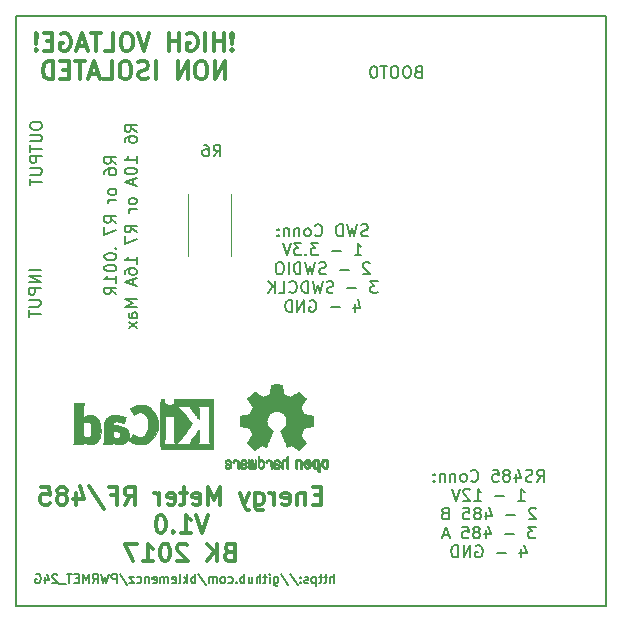
<source format=gbo>
G04 #@! TF.FileFunction,Legend,Bot*
%FSLAX46Y46*%
G04 Gerber Fmt 4.6, Leading zero omitted, Abs format (unit mm)*
G04 Created by KiCad (PCBNEW 4.0.2-stable) date 5/29/2017 11:09:23 AM*
%MOMM*%
G01*
G04 APERTURE LIST*
%ADD10C,0.100000*%
%ADD11C,0.300000*%
%ADD12C,0.200000*%
%ADD13C,0.150000*%
%ADD14C,0.120000*%
%ADD15C,0.010000*%
G04 APERTURE END LIST*
D10*
D11*
X93324915Y-77821714D02*
X93253487Y-77893143D01*
X93324915Y-77964571D01*
X93396344Y-77893143D01*
X93324915Y-77821714D01*
X93324915Y-77964571D01*
X93324915Y-77393143D02*
X93396344Y-76536000D01*
X93324915Y-76464571D01*
X93253487Y-76536000D01*
X93324915Y-77393143D01*
X93324915Y-76464571D01*
X92610629Y-77964571D02*
X92610629Y-76464571D01*
X92610629Y-77178857D02*
X91753486Y-77178857D01*
X91753486Y-77964571D02*
X91753486Y-76464571D01*
X91039200Y-77964571D02*
X91039200Y-76464571D01*
X89539200Y-76536000D02*
X89682057Y-76464571D01*
X89896343Y-76464571D01*
X90110628Y-76536000D01*
X90253486Y-76678857D01*
X90324914Y-76821714D01*
X90396343Y-77107429D01*
X90396343Y-77321714D01*
X90324914Y-77607429D01*
X90253486Y-77750286D01*
X90110628Y-77893143D01*
X89896343Y-77964571D01*
X89753486Y-77964571D01*
X89539200Y-77893143D01*
X89467771Y-77821714D01*
X89467771Y-77321714D01*
X89753486Y-77321714D01*
X88824914Y-77964571D02*
X88824914Y-76464571D01*
X88824914Y-77178857D02*
X87967771Y-77178857D01*
X87967771Y-77964571D02*
X87967771Y-76464571D01*
X86324914Y-76464571D02*
X85824914Y-77964571D01*
X85324914Y-76464571D01*
X84539200Y-76464571D02*
X84253486Y-76464571D01*
X84110628Y-76536000D01*
X83967771Y-76678857D01*
X83896343Y-76964571D01*
X83896343Y-77464571D01*
X83967771Y-77750286D01*
X84110628Y-77893143D01*
X84253486Y-77964571D01*
X84539200Y-77964571D01*
X84682057Y-77893143D01*
X84824914Y-77750286D01*
X84896343Y-77464571D01*
X84896343Y-76964571D01*
X84824914Y-76678857D01*
X84682057Y-76536000D01*
X84539200Y-76464571D01*
X82539199Y-77964571D02*
X83253485Y-77964571D01*
X83253485Y-76464571D01*
X82253485Y-76464571D02*
X81396342Y-76464571D01*
X81824913Y-77964571D02*
X81824913Y-76464571D01*
X80967771Y-77536000D02*
X80253485Y-77536000D01*
X81110628Y-77964571D02*
X80610628Y-76464571D01*
X80110628Y-77964571D01*
X78824914Y-76536000D02*
X78967771Y-76464571D01*
X79182057Y-76464571D01*
X79396342Y-76536000D01*
X79539200Y-76678857D01*
X79610628Y-76821714D01*
X79682057Y-77107429D01*
X79682057Y-77321714D01*
X79610628Y-77607429D01*
X79539200Y-77750286D01*
X79396342Y-77893143D01*
X79182057Y-77964571D01*
X79039200Y-77964571D01*
X78824914Y-77893143D01*
X78753485Y-77821714D01*
X78753485Y-77321714D01*
X79039200Y-77321714D01*
X78110628Y-77178857D02*
X77610628Y-77178857D01*
X77396342Y-77964571D02*
X78110628Y-77964571D01*
X78110628Y-76464571D01*
X77396342Y-76464571D01*
X76753485Y-77821714D02*
X76682057Y-77893143D01*
X76753485Y-77964571D01*
X76824914Y-77893143D01*
X76753485Y-77821714D01*
X76753485Y-77964571D01*
X76753485Y-77393143D02*
X76824914Y-76536000D01*
X76753485Y-76464571D01*
X76682057Y-76536000D01*
X76753485Y-77393143D01*
X76753485Y-76464571D01*
X92717772Y-80364571D02*
X92717772Y-78864571D01*
X91860629Y-80364571D01*
X91860629Y-78864571D01*
X90860629Y-78864571D02*
X90574915Y-78864571D01*
X90432057Y-78936000D01*
X90289200Y-79078857D01*
X90217772Y-79364571D01*
X90217772Y-79864571D01*
X90289200Y-80150286D01*
X90432057Y-80293143D01*
X90574915Y-80364571D01*
X90860629Y-80364571D01*
X91003486Y-80293143D01*
X91146343Y-80150286D01*
X91217772Y-79864571D01*
X91217772Y-79364571D01*
X91146343Y-79078857D01*
X91003486Y-78936000D01*
X90860629Y-78864571D01*
X89574914Y-80364571D02*
X89574914Y-78864571D01*
X88717771Y-80364571D01*
X88717771Y-78864571D01*
X86860628Y-80364571D02*
X86860628Y-78864571D01*
X86217771Y-80293143D02*
X86003485Y-80364571D01*
X85646342Y-80364571D01*
X85503485Y-80293143D01*
X85432056Y-80221714D01*
X85360628Y-80078857D01*
X85360628Y-79936000D01*
X85432056Y-79793143D01*
X85503485Y-79721714D01*
X85646342Y-79650286D01*
X85932056Y-79578857D01*
X86074914Y-79507429D01*
X86146342Y-79436000D01*
X86217771Y-79293143D01*
X86217771Y-79150286D01*
X86146342Y-79007429D01*
X86074914Y-78936000D01*
X85932056Y-78864571D01*
X85574914Y-78864571D01*
X85360628Y-78936000D01*
X84432057Y-78864571D02*
X84146343Y-78864571D01*
X84003485Y-78936000D01*
X83860628Y-79078857D01*
X83789200Y-79364571D01*
X83789200Y-79864571D01*
X83860628Y-80150286D01*
X84003485Y-80293143D01*
X84146343Y-80364571D01*
X84432057Y-80364571D01*
X84574914Y-80293143D01*
X84717771Y-80150286D01*
X84789200Y-79864571D01*
X84789200Y-79364571D01*
X84717771Y-79078857D01*
X84574914Y-78936000D01*
X84432057Y-78864571D01*
X82432056Y-80364571D02*
X83146342Y-80364571D01*
X83146342Y-78864571D01*
X82003485Y-79936000D02*
X81289199Y-79936000D01*
X82146342Y-80364571D02*
X81646342Y-78864571D01*
X81146342Y-80364571D01*
X80860628Y-78864571D02*
X80003485Y-78864571D01*
X80432056Y-80364571D02*
X80432056Y-78864571D01*
X79503485Y-79578857D02*
X79003485Y-79578857D01*
X78789199Y-80364571D02*
X79503485Y-80364571D01*
X79503485Y-78864571D01*
X78789199Y-78864571D01*
X78146342Y-80364571D02*
X78146342Y-78864571D01*
X77789199Y-78864571D01*
X77574914Y-78936000D01*
X77432056Y-79078857D01*
X77360628Y-79221714D01*
X77289199Y-79507429D01*
X77289199Y-79721714D01*
X77360628Y-80007429D01*
X77432056Y-80150286D01*
X77574914Y-80293143D01*
X77789199Y-80364571D01*
X78146342Y-80364571D01*
D12*
X76211181Y-84209238D02*
X76211181Y-84399715D01*
X76258800Y-84494953D01*
X76354038Y-84590191D01*
X76544514Y-84637810D01*
X76877848Y-84637810D01*
X77068324Y-84590191D01*
X77163562Y-84494953D01*
X77211181Y-84399715D01*
X77211181Y-84209238D01*
X77163562Y-84114000D01*
X77068324Y-84018762D01*
X76877848Y-83971143D01*
X76544514Y-83971143D01*
X76354038Y-84018762D01*
X76258800Y-84114000D01*
X76211181Y-84209238D01*
X76211181Y-85066381D02*
X77020705Y-85066381D01*
X77115943Y-85114000D01*
X77163562Y-85161619D01*
X77211181Y-85256857D01*
X77211181Y-85447334D01*
X77163562Y-85542572D01*
X77115943Y-85590191D01*
X77020705Y-85637810D01*
X76211181Y-85637810D01*
X76211181Y-85971143D02*
X76211181Y-86542572D01*
X77211181Y-86256857D02*
X76211181Y-86256857D01*
X77211181Y-86875905D02*
X76211181Y-86875905D01*
X76211181Y-87256858D01*
X76258800Y-87352096D01*
X76306419Y-87399715D01*
X76401657Y-87447334D01*
X76544514Y-87447334D01*
X76639752Y-87399715D01*
X76687371Y-87352096D01*
X76734990Y-87256858D01*
X76734990Y-86875905D01*
X76211181Y-87875905D02*
X77020705Y-87875905D01*
X77115943Y-87923524D01*
X77163562Y-87971143D01*
X77211181Y-88066381D01*
X77211181Y-88256858D01*
X77163562Y-88352096D01*
X77115943Y-88399715D01*
X77020705Y-88447334D01*
X76211181Y-88447334D01*
X76211181Y-88780667D02*
X76211181Y-89352096D01*
X77211181Y-89066381D02*
X76211181Y-89066381D01*
X77109581Y-96521829D02*
X76109581Y-96521829D01*
X77109581Y-96998019D02*
X76109581Y-96998019D01*
X77109581Y-97569448D01*
X76109581Y-97569448D01*
X77109581Y-98045638D02*
X76109581Y-98045638D01*
X76109581Y-98426591D01*
X76157200Y-98521829D01*
X76204819Y-98569448D01*
X76300057Y-98617067D01*
X76442914Y-98617067D01*
X76538152Y-98569448D01*
X76585771Y-98521829D01*
X76633390Y-98426591D01*
X76633390Y-98045638D01*
X76109581Y-99045638D02*
X76919105Y-99045638D01*
X77014343Y-99093257D01*
X77061962Y-99140876D01*
X77109581Y-99236114D01*
X77109581Y-99426591D01*
X77061962Y-99521829D01*
X77014343Y-99569448D01*
X76919105Y-99617067D01*
X76109581Y-99617067D01*
X76109581Y-99950400D02*
X76109581Y-100521829D01*
X77109581Y-100236114D02*
X76109581Y-100236114D01*
X119133428Y-114447981D02*
X119466762Y-113971790D01*
X119704857Y-114447981D02*
X119704857Y-113447981D01*
X119323904Y-113447981D01*
X119228666Y-113495600D01*
X119181047Y-113543219D01*
X119133428Y-113638457D01*
X119133428Y-113781314D01*
X119181047Y-113876552D01*
X119228666Y-113924171D01*
X119323904Y-113971790D01*
X119704857Y-113971790D01*
X118752476Y-114400362D02*
X118609619Y-114447981D01*
X118371523Y-114447981D01*
X118276285Y-114400362D01*
X118228666Y-114352743D01*
X118181047Y-114257505D01*
X118181047Y-114162267D01*
X118228666Y-114067029D01*
X118276285Y-114019410D01*
X118371523Y-113971790D01*
X118562000Y-113924171D01*
X118657238Y-113876552D01*
X118704857Y-113828933D01*
X118752476Y-113733695D01*
X118752476Y-113638457D01*
X118704857Y-113543219D01*
X118657238Y-113495600D01*
X118562000Y-113447981D01*
X118323904Y-113447981D01*
X118181047Y-113495600D01*
X117323904Y-113781314D02*
X117323904Y-114447981D01*
X117562000Y-113400362D02*
X117800095Y-114114648D01*
X117181047Y-114114648D01*
X116657238Y-113876552D02*
X116752476Y-113828933D01*
X116800095Y-113781314D01*
X116847714Y-113686076D01*
X116847714Y-113638457D01*
X116800095Y-113543219D01*
X116752476Y-113495600D01*
X116657238Y-113447981D01*
X116466761Y-113447981D01*
X116371523Y-113495600D01*
X116323904Y-113543219D01*
X116276285Y-113638457D01*
X116276285Y-113686076D01*
X116323904Y-113781314D01*
X116371523Y-113828933D01*
X116466761Y-113876552D01*
X116657238Y-113876552D01*
X116752476Y-113924171D01*
X116800095Y-113971790D01*
X116847714Y-114067029D01*
X116847714Y-114257505D01*
X116800095Y-114352743D01*
X116752476Y-114400362D01*
X116657238Y-114447981D01*
X116466761Y-114447981D01*
X116371523Y-114400362D01*
X116323904Y-114352743D01*
X116276285Y-114257505D01*
X116276285Y-114067029D01*
X116323904Y-113971790D01*
X116371523Y-113924171D01*
X116466761Y-113876552D01*
X115371523Y-113447981D02*
X115847714Y-113447981D01*
X115895333Y-113924171D01*
X115847714Y-113876552D01*
X115752476Y-113828933D01*
X115514380Y-113828933D01*
X115419142Y-113876552D01*
X115371523Y-113924171D01*
X115323904Y-114019410D01*
X115323904Y-114257505D01*
X115371523Y-114352743D01*
X115419142Y-114400362D01*
X115514380Y-114447981D01*
X115752476Y-114447981D01*
X115847714Y-114400362D01*
X115895333Y-114352743D01*
X113561999Y-114352743D02*
X113609618Y-114400362D01*
X113752475Y-114447981D01*
X113847713Y-114447981D01*
X113990571Y-114400362D01*
X114085809Y-114305124D01*
X114133428Y-114209886D01*
X114181047Y-114019410D01*
X114181047Y-113876552D01*
X114133428Y-113686076D01*
X114085809Y-113590838D01*
X113990571Y-113495600D01*
X113847713Y-113447981D01*
X113752475Y-113447981D01*
X113609618Y-113495600D01*
X113561999Y-113543219D01*
X112990571Y-114447981D02*
X113085809Y-114400362D01*
X113133428Y-114352743D01*
X113181047Y-114257505D01*
X113181047Y-113971790D01*
X113133428Y-113876552D01*
X113085809Y-113828933D01*
X112990571Y-113781314D01*
X112847713Y-113781314D01*
X112752475Y-113828933D01*
X112704856Y-113876552D01*
X112657237Y-113971790D01*
X112657237Y-114257505D01*
X112704856Y-114352743D01*
X112752475Y-114400362D01*
X112847713Y-114447981D01*
X112990571Y-114447981D01*
X112228666Y-113781314D02*
X112228666Y-114447981D01*
X112228666Y-113876552D02*
X112181047Y-113828933D01*
X112085809Y-113781314D01*
X111942951Y-113781314D01*
X111847713Y-113828933D01*
X111800094Y-113924171D01*
X111800094Y-114447981D01*
X111323904Y-113781314D02*
X111323904Y-114447981D01*
X111323904Y-113876552D02*
X111276285Y-113828933D01*
X111181047Y-113781314D01*
X111038189Y-113781314D01*
X110942951Y-113828933D01*
X110895332Y-113924171D01*
X110895332Y-114447981D01*
X110419142Y-114352743D02*
X110371523Y-114400362D01*
X110419142Y-114447981D01*
X110466761Y-114400362D01*
X110419142Y-114352743D01*
X110419142Y-114447981D01*
X110419142Y-113828933D02*
X110371523Y-113876552D01*
X110419142Y-113924171D01*
X110466761Y-113876552D01*
X110419142Y-113828933D01*
X110419142Y-113924171D01*
X117538190Y-116047981D02*
X118109619Y-116047981D01*
X117823905Y-116047981D02*
X117823905Y-115047981D01*
X117919143Y-115190838D01*
X118014381Y-115286076D01*
X118109619Y-115333695D01*
X116347714Y-115667029D02*
X115585809Y-115667029D01*
X113823904Y-116047981D02*
X114395333Y-116047981D01*
X114109619Y-116047981D02*
X114109619Y-115047981D01*
X114204857Y-115190838D01*
X114300095Y-115286076D01*
X114395333Y-115333695D01*
X113442952Y-115143219D02*
X113395333Y-115095600D01*
X113300095Y-115047981D01*
X113061999Y-115047981D01*
X112966761Y-115095600D01*
X112919142Y-115143219D01*
X112871523Y-115238457D01*
X112871523Y-115333695D01*
X112919142Y-115476552D01*
X113490571Y-116047981D01*
X112871523Y-116047981D01*
X112585809Y-115047981D02*
X112252476Y-116047981D01*
X111919142Y-115047981D01*
X119038191Y-116743219D02*
X118990572Y-116695600D01*
X118895334Y-116647981D01*
X118657238Y-116647981D01*
X118562000Y-116695600D01*
X118514381Y-116743219D01*
X118466762Y-116838457D01*
X118466762Y-116933695D01*
X118514381Y-117076552D01*
X119085810Y-117647981D01*
X118466762Y-117647981D01*
X117276286Y-117267029D02*
X116514381Y-117267029D01*
X114847714Y-116981314D02*
X114847714Y-117647981D01*
X115085810Y-116600362D02*
X115323905Y-117314648D01*
X114704857Y-117314648D01*
X114181048Y-117076552D02*
X114276286Y-117028933D01*
X114323905Y-116981314D01*
X114371524Y-116886076D01*
X114371524Y-116838457D01*
X114323905Y-116743219D01*
X114276286Y-116695600D01*
X114181048Y-116647981D01*
X113990571Y-116647981D01*
X113895333Y-116695600D01*
X113847714Y-116743219D01*
X113800095Y-116838457D01*
X113800095Y-116886076D01*
X113847714Y-116981314D01*
X113895333Y-117028933D01*
X113990571Y-117076552D01*
X114181048Y-117076552D01*
X114276286Y-117124171D01*
X114323905Y-117171790D01*
X114371524Y-117267029D01*
X114371524Y-117457505D01*
X114323905Y-117552743D01*
X114276286Y-117600362D01*
X114181048Y-117647981D01*
X113990571Y-117647981D01*
X113895333Y-117600362D01*
X113847714Y-117552743D01*
X113800095Y-117457505D01*
X113800095Y-117267029D01*
X113847714Y-117171790D01*
X113895333Y-117124171D01*
X113990571Y-117076552D01*
X112895333Y-116647981D02*
X113371524Y-116647981D01*
X113419143Y-117124171D01*
X113371524Y-117076552D01*
X113276286Y-117028933D01*
X113038190Y-117028933D01*
X112942952Y-117076552D01*
X112895333Y-117124171D01*
X112847714Y-117219410D01*
X112847714Y-117457505D01*
X112895333Y-117552743D01*
X112942952Y-117600362D01*
X113038190Y-117647981D01*
X113276286Y-117647981D01*
X113371524Y-117600362D01*
X113419143Y-117552743D01*
X111323904Y-117124171D02*
X111181047Y-117171790D01*
X111133428Y-117219410D01*
X111085809Y-117314648D01*
X111085809Y-117457505D01*
X111133428Y-117552743D01*
X111181047Y-117600362D01*
X111276285Y-117647981D01*
X111657238Y-117647981D01*
X111657238Y-116647981D01*
X111323904Y-116647981D01*
X111228666Y-116695600D01*
X111181047Y-116743219D01*
X111133428Y-116838457D01*
X111133428Y-116933695D01*
X111181047Y-117028933D01*
X111228666Y-117076552D01*
X111323904Y-117124171D01*
X111657238Y-117124171D01*
X119014381Y-118247981D02*
X118395333Y-118247981D01*
X118728667Y-118628933D01*
X118585809Y-118628933D01*
X118490571Y-118676552D01*
X118442952Y-118724171D01*
X118395333Y-118819410D01*
X118395333Y-119057505D01*
X118442952Y-119152743D01*
X118490571Y-119200362D01*
X118585809Y-119247981D01*
X118871524Y-119247981D01*
X118966762Y-119200362D01*
X119014381Y-119152743D01*
X117204857Y-118867029D02*
X116442952Y-118867029D01*
X114776285Y-118581314D02*
X114776285Y-119247981D01*
X115014381Y-118200362D02*
X115252476Y-118914648D01*
X114633428Y-118914648D01*
X114109619Y-118676552D02*
X114204857Y-118628933D01*
X114252476Y-118581314D01*
X114300095Y-118486076D01*
X114300095Y-118438457D01*
X114252476Y-118343219D01*
X114204857Y-118295600D01*
X114109619Y-118247981D01*
X113919142Y-118247981D01*
X113823904Y-118295600D01*
X113776285Y-118343219D01*
X113728666Y-118438457D01*
X113728666Y-118486076D01*
X113776285Y-118581314D01*
X113823904Y-118628933D01*
X113919142Y-118676552D01*
X114109619Y-118676552D01*
X114204857Y-118724171D01*
X114252476Y-118771790D01*
X114300095Y-118867029D01*
X114300095Y-119057505D01*
X114252476Y-119152743D01*
X114204857Y-119200362D01*
X114109619Y-119247981D01*
X113919142Y-119247981D01*
X113823904Y-119200362D01*
X113776285Y-119152743D01*
X113728666Y-119057505D01*
X113728666Y-118867029D01*
X113776285Y-118771790D01*
X113823904Y-118724171D01*
X113919142Y-118676552D01*
X112823904Y-118247981D02*
X113300095Y-118247981D01*
X113347714Y-118724171D01*
X113300095Y-118676552D01*
X113204857Y-118628933D01*
X112966761Y-118628933D01*
X112871523Y-118676552D01*
X112823904Y-118724171D01*
X112776285Y-118819410D01*
X112776285Y-119057505D01*
X112823904Y-119152743D01*
X112871523Y-119200362D01*
X112966761Y-119247981D01*
X113204857Y-119247981D01*
X113300095Y-119200362D01*
X113347714Y-119152743D01*
X111633428Y-118962267D02*
X111157237Y-118962267D01*
X111728666Y-119247981D02*
X111395333Y-118247981D01*
X111061999Y-119247981D01*
X117776285Y-120181314D02*
X117776285Y-120847981D01*
X118014381Y-119800362D02*
X118252476Y-120514648D01*
X117633428Y-120514648D01*
X116490571Y-120467029D02*
X115728666Y-120467029D01*
X113966761Y-119895600D02*
X114061999Y-119847981D01*
X114204856Y-119847981D01*
X114347714Y-119895600D01*
X114442952Y-119990838D01*
X114490571Y-120086076D01*
X114538190Y-120276552D01*
X114538190Y-120419410D01*
X114490571Y-120609886D01*
X114442952Y-120705124D01*
X114347714Y-120800362D01*
X114204856Y-120847981D01*
X114109618Y-120847981D01*
X113966761Y-120800362D01*
X113919142Y-120752743D01*
X113919142Y-120419410D01*
X114109618Y-120419410D01*
X113490571Y-120847981D02*
X113490571Y-119847981D01*
X112919142Y-120847981D01*
X112919142Y-119847981D01*
X112442952Y-120847981D02*
X112442952Y-119847981D01*
X112204857Y-119847981D01*
X112061999Y-119895600D01*
X111966761Y-119990838D01*
X111919142Y-120086076D01*
X111871523Y-120276552D01*
X111871523Y-120419410D01*
X111919142Y-120609886D01*
X111966761Y-120705124D01*
X112061999Y-120800362D01*
X112204857Y-120847981D01*
X112442952Y-120847981D01*
X104823733Y-93623162D02*
X104680876Y-93670781D01*
X104442780Y-93670781D01*
X104347542Y-93623162D01*
X104299923Y-93575543D01*
X104252304Y-93480305D01*
X104252304Y-93385067D01*
X104299923Y-93289829D01*
X104347542Y-93242210D01*
X104442780Y-93194590D01*
X104633257Y-93146971D01*
X104728495Y-93099352D01*
X104776114Y-93051733D01*
X104823733Y-92956495D01*
X104823733Y-92861257D01*
X104776114Y-92766019D01*
X104728495Y-92718400D01*
X104633257Y-92670781D01*
X104395161Y-92670781D01*
X104252304Y-92718400D01*
X103918971Y-92670781D02*
X103680876Y-93670781D01*
X103490399Y-92956495D01*
X103299923Y-93670781D01*
X103061828Y-92670781D01*
X102680876Y-93670781D02*
X102680876Y-92670781D01*
X102442781Y-92670781D01*
X102299923Y-92718400D01*
X102204685Y-92813638D01*
X102157066Y-92908876D01*
X102109447Y-93099352D01*
X102109447Y-93242210D01*
X102157066Y-93432686D01*
X102204685Y-93527924D01*
X102299923Y-93623162D01*
X102442781Y-93670781D01*
X102680876Y-93670781D01*
X100347542Y-93575543D02*
X100395161Y-93623162D01*
X100538018Y-93670781D01*
X100633256Y-93670781D01*
X100776114Y-93623162D01*
X100871352Y-93527924D01*
X100918971Y-93432686D01*
X100966590Y-93242210D01*
X100966590Y-93099352D01*
X100918971Y-92908876D01*
X100871352Y-92813638D01*
X100776114Y-92718400D01*
X100633256Y-92670781D01*
X100538018Y-92670781D01*
X100395161Y-92718400D01*
X100347542Y-92766019D01*
X99776114Y-93670781D02*
X99871352Y-93623162D01*
X99918971Y-93575543D01*
X99966590Y-93480305D01*
X99966590Y-93194590D01*
X99918971Y-93099352D01*
X99871352Y-93051733D01*
X99776114Y-93004114D01*
X99633256Y-93004114D01*
X99538018Y-93051733D01*
X99490399Y-93099352D01*
X99442780Y-93194590D01*
X99442780Y-93480305D01*
X99490399Y-93575543D01*
X99538018Y-93623162D01*
X99633256Y-93670781D01*
X99776114Y-93670781D01*
X99014209Y-93004114D02*
X99014209Y-93670781D01*
X99014209Y-93099352D02*
X98966590Y-93051733D01*
X98871352Y-93004114D01*
X98728494Y-93004114D01*
X98633256Y-93051733D01*
X98585637Y-93146971D01*
X98585637Y-93670781D01*
X98109447Y-93004114D02*
X98109447Y-93670781D01*
X98109447Y-93099352D02*
X98061828Y-93051733D01*
X97966590Y-93004114D01*
X97823732Y-93004114D01*
X97728494Y-93051733D01*
X97680875Y-93146971D01*
X97680875Y-93670781D01*
X97204685Y-93575543D02*
X97157066Y-93623162D01*
X97204685Y-93670781D01*
X97252304Y-93623162D01*
X97204685Y-93575543D01*
X97204685Y-93670781D01*
X97204685Y-93051733D02*
X97157066Y-93099352D01*
X97204685Y-93146971D01*
X97252304Y-93099352D01*
X97204685Y-93051733D01*
X97204685Y-93146971D01*
X103704685Y-95270781D02*
X104276114Y-95270781D01*
X103990400Y-95270781D02*
X103990400Y-94270781D01*
X104085638Y-94413638D01*
X104180876Y-94508876D01*
X104276114Y-94556495D01*
X102514209Y-94889829D02*
X101752304Y-94889829D01*
X100609447Y-94270781D02*
X99990399Y-94270781D01*
X100323733Y-94651733D01*
X100180875Y-94651733D01*
X100085637Y-94699352D01*
X100038018Y-94746971D01*
X99990399Y-94842210D01*
X99990399Y-95080305D01*
X100038018Y-95175543D01*
X100085637Y-95223162D01*
X100180875Y-95270781D01*
X100466590Y-95270781D01*
X100561828Y-95223162D01*
X100609447Y-95175543D01*
X99561828Y-95175543D02*
X99514209Y-95223162D01*
X99561828Y-95270781D01*
X99609447Y-95223162D01*
X99561828Y-95175543D01*
X99561828Y-95270781D01*
X99180876Y-94270781D02*
X98561828Y-94270781D01*
X98895162Y-94651733D01*
X98752304Y-94651733D01*
X98657066Y-94699352D01*
X98609447Y-94746971D01*
X98561828Y-94842210D01*
X98561828Y-95080305D01*
X98609447Y-95175543D01*
X98657066Y-95223162D01*
X98752304Y-95270781D01*
X99038019Y-95270781D01*
X99133257Y-95223162D01*
X99180876Y-95175543D01*
X98276114Y-94270781D02*
X97942781Y-95270781D01*
X97609447Y-94270781D01*
X104966590Y-95966019D02*
X104918971Y-95918400D01*
X104823733Y-95870781D01*
X104585637Y-95870781D01*
X104490399Y-95918400D01*
X104442780Y-95966019D01*
X104395161Y-96061257D01*
X104395161Y-96156495D01*
X104442780Y-96299352D01*
X105014209Y-96870781D01*
X104395161Y-96870781D01*
X103204685Y-96489829D02*
X102442780Y-96489829D01*
X101252304Y-96823162D02*
X101109447Y-96870781D01*
X100871351Y-96870781D01*
X100776113Y-96823162D01*
X100728494Y-96775543D01*
X100680875Y-96680305D01*
X100680875Y-96585067D01*
X100728494Y-96489829D01*
X100776113Y-96442210D01*
X100871351Y-96394590D01*
X101061828Y-96346971D01*
X101157066Y-96299352D01*
X101204685Y-96251733D01*
X101252304Y-96156495D01*
X101252304Y-96061257D01*
X101204685Y-95966019D01*
X101157066Y-95918400D01*
X101061828Y-95870781D01*
X100823732Y-95870781D01*
X100680875Y-95918400D01*
X100347542Y-95870781D02*
X100109447Y-96870781D01*
X99918970Y-96156495D01*
X99728494Y-96870781D01*
X99490399Y-95870781D01*
X99109447Y-96870781D02*
X99109447Y-95870781D01*
X98871352Y-95870781D01*
X98728494Y-95918400D01*
X98633256Y-96013638D01*
X98585637Y-96108876D01*
X98538018Y-96299352D01*
X98538018Y-96442210D01*
X98585637Y-96632686D01*
X98633256Y-96727924D01*
X98728494Y-96823162D01*
X98871352Y-96870781D01*
X99109447Y-96870781D01*
X98109447Y-96870781D02*
X98109447Y-95870781D01*
X97442781Y-95870781D02*
X97252304Y-95870781D01*
X97157066Y-95918400D01*
X97061828Y-96013638D01*
X97014209Y-96204114D01*
X97014209Y-96537448D01*
X97061828Y-96727924D01*
X97157066Y-96823162D01*
X97252304Y-96870781D01*
X97442781Y-96870781D01*
X97538019Y-96823162D01*
X97633257Y-96727924D01*
X97680876Y-96537448D01*
X97680876Y-96204114D01*
X97633257Y-96013638D01*
X97538019Y-95918400D01*
X97442781Y-95870781D01*
X105657067Y-97470781D02*
X105038019Y-97470781D01*
X105371353Y-97851733D01*
X105228495Y-97851733D01*
X105133257Y-97899352D01*
X105085638Y-97946971D01*
X105038019Y-98042210D01*
X105038019Y-98280305D01*
X105085638Y-98375543D01*
X105133257Y-98423162D01*
X105228495Y-98470781D01*
X105514210Y-98470781D01*
X105609448Y-98423162D01*
X105657067Y-98375543D01*
X103847543Y-98089829D02*
X103085638Y-98089829D01*
X101895162Y-98423162D02*
X101752305Y-98470781D01*
X101514209Y-98470781D01*
X101418971Y-98423162D01*
X101371352Y-98375543D01*
X101323733Y-98280305D01*
X101323733Y-98185067D01*
X101371352Y-98089829D01*
X101418971Y-98042210D01*
X101514209Y-97994590D01*
X101704686Y-97946971D01*
X101799924Y-97899352D01*
X101847543Y-97851733D01*
X101895162Y-97756495D01*
X101895162Y-97661257D01*
X101847543Y-97566019D01*
X101799924Y-97518400D01*
X101704686Y-97470781D01*
X101466590Y-97470781D01*
X101323733Y-97518400D01*
X100990400Y-97470781D02*
X100752305Y-98470781D01*
X100561828Y-97756495D01*
X100371352Y-98470781D01*
X100133257Y-97470781D01*
X99752305Y-98470781D02*
X99752305Y-97470781D01*
X99514210Y-97470781D01*
X99371352Y-97518400D01*
X99276114Y-97613638D01*
X99228495Y-97708876D01*
X99180876Y-97899352D01*
X99180876Y-98042210D01*
X99228495Y-98232686D01*
X99276114Y-98327924D01*
X99371352Y-98423162D01*
X99514210Y-98470781D01*
X99752305Y-98470781D01*
X98180876Y-98375543D02*
X98228495Y-98423162D01*
X98371352Y-98470781D01*
X98466590Y-98470781D01*
X98609448Y-98423162D01*
X98704686Y-98327924D01*
X98752305Y-98232686D01*
X98799924Y-98042210D01*
X98799924Y-97899352D01*
X98752305Y-97708876D01*
X98704686Y-97613638D01*
X98609448Y-97518400D01*
X98466590Y-97470781D01*
X98371352Y-97470781D01*
X98228495Y-97518400D01*
X98180876Y-97566019D01*
X97276114Y-98470781D02*
X97752305Y-98470781D01*
X97752305Y-97470781D01*
X96942781Y-98470781D02*
X96942781Y-97470781D01*
X96371352Y-98470781D02*
X96799924Y-97899352D01*
X96371352Y-97470781D02*
X96942781Y-98042210D01*
X103704685Y-99404114D02*
X103704685Y-100070781D01*
X103942781Y-99023162D02*
X104180876Y-99737448D01*
X103561828Y-99737448D01*
X102418971Y-99689829D02*
X101657066Y-99689829D01*
X99895161Y-99118400D02*
X99990399Y-99070781D01*
X100133256Y-99070781D01*
X100276114Y-99118400D01*
X100371352Y-99213638D01*
X100418971Y-99308876D01*
X100466590Y-99499352D01*
X100466590Y-99642210D01*
X100418971Y-99832686D01*
X100371352Y-99927924D01*
X100276114Y-100023162D01*
X100133256Y-100070781D01*
X100038018Y-100070781D01*
X99895161Y-100023162D01*
X99847542Y-99975543D01*
X99847542Y-99642210D01*
X100038018Y-99642210D01*
X99418971Y-100070781D02*
X99418971Y-99070781D01*
X98847542Y-100070781D01*
X98847542Y-99070781D01*
X98371352Y-100070781D02*
X98371352Y-99070781D01*
X98133257Y-99070781D01*
X97990399Y-99118400D01*
X97895161Y-99213638D01*
X97847542Y-99308876D01*
X97799923Y-99499352D01*
X97799923Y-99642210D01*
X97847542Y-99832686D01*
X97895161Y-99927924D01*
X97990399Y-100023162D01*
X98133257Y-100070781D01*
X98371352Y-100070781D01*
X109072133Y-79735371D02*
X108929276Y-79782990D01*
X108881657Y-79830610D01*
X108834038Y-79925848D01*
X108834038Y-80068705D01*
X108881657Y-80163943D01*
X108929276Y-80211562D01*
X109024514Y-80259181D01*
X109405467Y-80259181D01*
X109405467Y-79259181D01*
X109072133Y-79259181D01*
X108976895Y-79306800D01*
X108929276Y-79354419D01*
X108881657Y-79449657D01*
X108881657Y-79544895D01*
X108929276Y-79640133D01*
X108976895Y-79687752D01*
X109072133Y-79735371D01*
X109405467Y-79735371D01*
X108214991Y-79259181D02*
X108024514Y-79259181D01*
X107929276Y-79306800D01*
X107834038Y-79402038D01*
X107786419Y-79592514D01*
X107786419Y-79925848D01*
X107834038Y-80116324D01*
X107929276Y-80211562D01*
X108024514Y-80259181D01*
X108214991Y-80259181D01*
X108310229Y-80211562D01*
X108405467Y-80116324D01*
X108453086Y-79925848D01*
X108453086Y-79592514D01*
X108405467Y-79402038D01*
X108310229Y-79306800D01*
X108214991Y-79259181D01*
X107167372Y-79259181D02*
X106976895Y-79259181D01*
X106881657Y-79306800D01*
X106786419Y-79402038D01*
X106738800Y-79592514D01*
X106738800Y-79925848D01*
X106786419Y-80116324D01*
X106881657Y-80211562D01*
X106976895Y-80259181D01*
X107167372Y-80259181D01*
X107262610Y-80211562D01*
X107357848Y-80116324D01*
X107405467Y-79925848D01*
X107405467Y-79592514D01*
X107357848Y-79402038D01*
X107262610Y-79306800D01*
X107167372Y-79259181D01*
X106453086Y-79259181D02*
X105881657Y-79259181D01*
X106167372Y-80259181D02*
X106167372Y-79259181D01*
X105357848Y-79259181D02*
X105262609Y-79259181D01*
X105167371Y-79306800D01*
X105119752Y-79354419D01*
X105072133Y-79449657D01*
X105024514Y-79640133D01*
X105024514Y-79878229D01*
X105072133Y-80068705D01*
X105119752Y-80163943D01*
X105167371Y-80211562D01*
X105262609Y-80259181D01*
X105357848Y-80259181D01*
X105453086Y-80211562D01*
X105500705Y-80163943D01*
X105548324Y-80068705D01*
X105595943Y-79878229D01*
X105595943Y-79640133D01*
X105548324Y-79449657D01*
X105500705Y-79354419D01*
X105453086Y-79306800D01*
X105357848Y-79259181D01*
X85237581Y-84811599D02*
X84761390Y-84478265D01*
X85237581Y-84240170D02*
X84237581Y-84240170D01*
X84237581Y-84621123D01*
X84285200Y-84716361D01*
X84332819Y-84763980D01*
X84428057Y-84811599D01*
X84570914Y-84811599D01*
X84666152Y-84763980D01*
X84713771Y-84716361D01*
X84761390Y-84621123D01*
X84761390Y-84240170D01*
X84237581Y-85668742D02*
X84237581Y-85478265D01*
X84285200Y-85383027D01*
X84332819Y-85335408D01*
X84475676Y-85240170D01*
X84666152Y-85192551D01*
X85047105Y-85192551D01*
X85142343Y-85240170D01*
X85189962Y-85287789D01*
X85237581Y-85383027D01*
X85237581Y-85573504D01*
X85189962Y-85668742D01*
X85142343Y-85716361D01*
X85047105Y-85763980D01*
X84809010Y-85763980D01*
X84713771Y-85716361D01*
X84666152Y-85668742D01*
X84618533Y-85573504D01*
X84618533Y-85383027D01*
X84666152Y-85287789D01*
X84713771Y-85240170D01*
X84809010Y-85192551D01*
X85237581Y-87478266D02*
X85237581Y-86906837D01*
X85237581Y-87192551D02*
X84237581Y-87192551D01*
X84380438Y-87097313D01*
X84475676Y-87002075D01*
X84523295Y-86906837D01*
X84237581Y-88097313D02*
X84237581Y-88192552D01*
X84285200Y-88287790D01*
X84332819Y-88335409D01*
X84428057Y-88383028D01*
X84618533Y-88430647D01*
X84856629Y-88430647D01*
X85047105Y-88383028D01*
X85142343Y-88335409D01*
X85189962Y-88287790D01*
X85237581Y-88192552D01*
X85237581Y-88097313D01*
X85189962Y-88002075D01*
X85142343Y-87954456D01*
X85047105Y-87906837D01*
X84856629Y-87859218D01*
X84618533Y-87859218D01*
X84428057Y-87906837D01*
X84332819Y-87954456D01*
X84285200Y-88002075D01*
X84237581Y-88097313D01*
X84951867Y-88811599D02*
X84951867Y-89287790D01*
X85237581Y-88716361D02*
X84237581Y-89049694D01*
X85237581Y-89383028D01*
X85237581Y-90621123D02*
X85189962Y-90525885D01*
X85142343Y-90478266D01*
X85047105Y-90430647D01*
X84761390Y-90430647D01*
X84666152Y-90478266D01*
X84618533Y-90525885D01*
X84570914Y-90621123D01*
X84570914Y-90763981D01*
X84618533Y-90859219D01*
X84666152Y-90906838D01*
X84761390Y-90954457D01*
X85047105Y-90954457D01*
X85142343Y-90906838D01*
X85189962Y-90859219D01*
X85237581Y-90763981D01*
X85237581Y-90621123D01*
X85237581Y-91383028D02*
X84570914Y-91383028D01*
X84761390Y-91383028D02*
X84666152Y-91430647D01*
X84618533Y-91478266D01*
X84570914Y-91573504D01*
X84570914Y-91668743D01*
X85237581Y-93335410D02*
X84761390Y-93002076D01*
X85237581Y-92763981D02*
X84237581Y-92763981D01*
X84237581Y-93144934D01*
X84285200Y-93240172D01*
X84332819Y-93287791D01*
X84428057Y-93335410D01*
X84570914Y-93335410D01*
X84666152Y-93287791D01*
X84713771Y-93240172D01*
X84761390Y-93144934D01*
X84761390Y-92763981D01*
X84237581Y-93668743D02*
X84237581Y-94335410D01*
X85237581Y-93906838D01*
X85237581Y-96002077D02*
X85237581Y-95430648D01*
X85237581Y-95716362D02*
X84237581Y-95716362D01*
X84380438Y-95621124D01*
X84475676Y-95525886D01*
X84523295Y-95430648D01*
X84237581Y-96859220D02*
X84237581Y-96668743D01*
X84285200Y-96573505D01*
X84332819Y-96525886D01*
X84475676Y-96430648D01*
X84666152Y-96383029D01*
X85047105Y-96383029D01*
X85142343Y-96430648D01*
X85189962Y-96478267D01*
X85237581Y-96573505D01*
X85237581Y-96763982D01*
X85189962Y-96859220D01*
X85142343Y-96906839D01*
X85047105Y-96954458D01*
X84809010Y-96954458D01*
X84713771Y-96906839D01*
X84666152Y-96859220D01*
X84618533Y-96763982D01*
X84618533Y-96573505D01*
X84666152Y-96478267D01*
X84713771Y-96430648D01*
X84809010Y-96383029D01*
X84951867Y-97335410D02*
X84951867Y-97811601D01*
X85237581Y-97240172D02*
X84237581Y-97573505D01*
X85237581Y-97906839D01*
X85237581Y-99002077D02*
X84237581Y-99002077D01*
X84951867Y-99335411D01*
X84237581Y-99668744D01*
X85237581Y-99668744D01*
X85237581Y-100573506D02*
X84713771Y-100573506D01*
X84618533Y-100525887D01*
X84570914Y-100430649D01*
X84570914Y-100240172D01*
X84618533Y-100144934D01*
X85189962Y-100573506D02*
X85237581Y-100478268D01*
X85237581Y-100240172D01*
X85189962Y-100144934D01*
X85094724Y-100097315D01*
X84999486Y-100097315D01*
X84904248Y-100144934D01*
X84856629Y-100240172D01*
X84856629Y-100478268D01*
X84809010Y-100573506D01*
X85237581Y-100954458D02*
X84570914Y-101478268D01*
X84570914Y-100954458D02*
X85237581Y-101478268D01*
X83510381Y-87546514D02*
X83034190Y-87213180D01*
X83510381Y-86975085D02*
X82510381Y-86975085D01*
X82510381Y-87356038D01*
X82558000Y-87451276D01*
X82605619Y-87498895D01*
X82700857Y-87546514D01*
X82843714Y-87546514D01*
X82938952Y-87498895D01*
X82986571Y-87451276D01*
X83034190Y-87356038D01*
X83034190Y-86975085D01*
X82510381Y-88403657D02*
X82510381Y-88213180D01*
X82558000Y-88117942D01*
X82605619Y-88070323D01*
X82748476Y-87975085D01*
X82938952Y-87927466D01*
X83319905Y-87927466D01*
X83415143Y-87975085D01*
X83462762Y-88022704D01*
X83510381Y-88117942D01*
X83510381Y-88308419D01*
X83462762Y-88403657D01*
X83415143Y-88451276D01*
X83319905Y-88498895D01*
X83081810Y-88498895D01*
X82986571Y-88451276D01*
X82938952Y-88403657D01*
X82891333Y-88308419D01*
X82891333Y-88117942D01*
X82938952Y-88022704D01*
X82986571Y-87975085D01*
X83081810Y-87927466D01*
X83510381Y-89832228D02*
X83462762Y-89736990D01*
X83415143Y-89689371D01*
X83319905Y-89641752D01*
X83034190Y-89641752D01*
X82938952Y-89689371D01*
X82891333Y-89736990D01*
X82843714Y-89832228D01*
X82843714Y-89975086D01*
X82891333Y-90070324D01*
X82938952Y-90117943D01*
X83034190Y-90165562D01*
X83319905Y-90165562D01*
X83415143Y-90117943D01*
X83462762Y-90070324D01*
X83510381Y-89975086D01*
X83510381Y-89832228D01*
X83510381Y-90594133D02*
X82843714Y-90594133D01*
X83034190Y-90594133D02*
X82938952Y-90641752D01*
X82891333Y-90689371D01*
X82843714Y-90784609D01*
X82843714Y-90879848D01*
X83510381Y-92546515D02*
X83034190Y-92213181D01*
X83510381Y-91975086D02*
X82510381Y-91975086D01*
X82510381Y-92356039D01*
X82558000Y-92451277D01*
X82605619Y-92498896D01*
X82700857Y-92546515D01*
X82843714Y-92546515D01*
X82938952Y-92498896D01*
X82986571Y-92451277D01*
X83034190Y-92356039D01*
X83034190Y-91975086D01*
X82510381Y-92879848D02*
X82510381Y-93546515D01*
X83510381Y-93117943D01*
X83415143Y-94689372D02*
X83462762Y-94736991D01*
X83510381Y-94689372D01*
X83462762Y-94641753D01*
X83415143Y-94689372D01*
X83510381Y-94689372D01*
X82510381Y-95356038D02*
X82510381Y-95451277D01*
X82558000Y-95546515D01*
X82605619Y-95594134D01*
X82700857Y-95641753D01*
X82891333Y-95689372D01*
X83129429Y-95689372D01*
X83319905Y-95641753D01*
X83415143Y-95594134D01*
X83462762Y-95546515D01*
X83510381Y-95451277D01*
X83510381Y-95356038D01*
X83462762Y-95260800D01*
X83415143Y-95213181D01*
X83319905Y-95165562D01*
X83129429Y-95117943D01*
X82891333Y-95117943D01*
X82700857Y-95165562D01*
X82605619Y-95213181D01*
X82558000Y-95260800D01*
X82510381Y-95356038D01*
X82510381Y-96308419D02*
X82510381Y-96403658D01*
X82558000Y-96498896D01*
X82605619Y-96546515D01*
X82700857Y-96594134D01*
X82891333Y-96641753D01*
X83129429Y-96641753D01*
X83319905Y-96594134D01*
X83415143Y-96546515D01*
X83462762Y-96498896D01*
X83510381Y-96403658D01*
X83510381Y-96308419D01*
X83462762Y-96213181D01*
X83415143Y-96165562D01*
X83319905Y-96117943D01*
X83129429Y-96070324D01*
X82891333Y-96070324D01*
X82700857Y-96117943D01*
X82605619Y-96165562D01*
X82558000Y-96213181D01*
X82510381Y-96308419D01*
X83510381Y-97594134D02*
X83510381Y-97022705D01*
X83510381Y-97308419D02*
X82510381Y-97308419D01*
X82653238Y-97213181D01*
X82748476Y-97117943D01*
X82796095Y-97022705D01*
X83510381Y-98594134D02*
X83034190Y-98260800D01*
X83510381Y-98022705D02*
X82510381Y-98022705D01*
X82510381Y-98403658D01*
X82558000Y-98498896D01*
X82605619Y-98546515D01*
X82700857Y-98594134D01*
X82843714Y-98594134D01*
X82938952Y-98546515D01*
X82986571Y-98498896D01*
X83034190Y-98403658D01*
X83034190Y-98022705D01*
D13*
X101931398Y-123021286D02*
X101931398Y-122271286D01*
X101609969Y-123021286D02*
X101609969Y-122628429D01*
X101645683Y-122557000D01*
X101717112Y-122521286D01*
X101824255Y-122521286D01*
X101895683Y-122557000D01*
X101931398Y-122592714D01*
X101359969Y-122521286D02*
X101074255Y-122521286D01*
X101252827Y-122271286D02*
X101252827Y-122914143D01*
X101217112Y-122985571D01*
X101145684Y-123021286D01*
X101074255Y-123021286D01*
X100931398Y-122521286D02*
X100645684Y-122521286D01*
X100824256Y-122271286D02*
X100824256Y-122914143D01*
X100788541Y-122985571D01*
X100717113Y-123021286D01*
X100645684Y-123021286D01*
X100395685Y-122521286D02*
X100395685Y-123271286D01*
X100395685Y-122557000D02*
X100324256Y-122521286D01*
X100181399Y-122521286D01*
X100109970Y-122557000D01*
X100074256Y-122592714D01*
X100038542Y-122664143D01*
X100038542Y-122878429D01*
X100074256Y-122949857D01*
X100109970Y-122985571D01*
X100181399Y-123021286D01*
X100324256Y-123021286D01*
X100395685Y-122985571D01*
X99752828Y-122985571D02*
X99681399Y-123021286D01*
X99538542Y-123021286D01*
X99467114Y-122985571D01*
X99431399Y-122914143D01*
X99431399Y-122878429D01*
X99467114Y-122807000D01*
X99538542Y-122771286D01*
X99645685Y-122771286D01*
X99717114Y-122735571D01*
X99752828Y-122664143D01*
X99752828Y-122628429D01*
X99717114Y-122557000D01*
X99645685Y-122521286D01*
X99538542Y-122521286D01*
X99467114Y-122557000D01*
X99109971Y-122949857D02*
X99074256Y-122985571D01*
X99109971Y-123021286D01*
X99145685Y-122985571D01*
X99109971Y-122949857D01*
X99109971Y-123021286D01*
X99109971Y-122557000D02*
X99074256Y-122592714D01*
X99109971Y-122628429D01*
X99145685Y-122592714D01*
X99109971Y-122557000D01*
X99109971Y-122628429D01*
X98217113Y-122235571D02*
X98859970Y-123199857D01*
X97431399Y-122235571D02*
X98074256Y-123199857D01*
X96859971Y-122521286D02*
X96859971Y-123128429D01*
X96895685Y-123199857D01*
X96931400Y-123235571D01*
X97002828Y-123271286D01*
X97109971Y-123271286D01*
X97181400Y-123235571D01*
X96859971Y-122985571D02*
X96931400Y-123021286D01*
X97074257Y-123021286D01*
X97145685Y-122985571D01*
X97181400Y-122949857D01*
X97217114Y-122878429D01*
X97217114Y-122664143D01*
X97181400Y-122592714D01*
X97145685Y-122557000D01*
X97074257Y-122521286D01*
X96931400Y-122521286D01*
X96859971Y-122557000D01*
X96502829Y-123021286D02*
X96502829Y-122521286D01*
X96502829Y-122271286D02*
X96538543Y-122307000D01*
X96502829Y-122342714D01*
X96467114Y-122307000D01*
X96502829Y-122271286D01*
X96502829Y-122342714D01*
X96252828Y-122521286D02*
X95967114Y-122521286D01*
X96145686Y-122271286D02*
X96145686Y-122914143D01*
X96109971Y-122985571D01*
X96038543Y-123021286D01*
X95967114Y-123021286D01*
X95717115Y-123021286D02*
X95717115Y-122271286D01*
X95395686Y-123021286D02*
X95395686Y-122628429D01*
X95431400Y-122557000D01*
X95502829Y-122521286D01*
X95609972Y-122521286D01*
X95681400Y-122557000D01*
X95717115Y-122592714D01*
X94717115Y-122521286D02*
X94717115Y-123021286D01*
X95038544Y-122521286D02*
X95038544Y-122914143D01*
X95002829Y-122985571D01*
X94931401Y-123021286D01*
X94824258Y-123021286D01*
X94752829Y-122985571D01*
X94717115Y-122949857D01*
X94359973Y-123021286D02*
X94359973Y-122271286D01*
X94359973Y-122557000D02*
X94288544Y-122521286D01*
X94145687Y-122521286D01*
X94074258Y-122557000D01*
X94038544Y-122592714D01*
X94002830Y-122664143D01*
X94002830Y-122878429D01*
X94038544Y-122949857D01*
X94074258Y-122985571D01*
X94145687Y-123021286D01*
X94288544Y-123021286D01*
X94359973Y-122985571D01*
X93681402Y-122949857D02*
X93645687Y-122985571D01*
X93681402Y-123021286D01*
X93717116Y-122985571D01*
X93681402Y-122949857D01*
X93681402Y-123021286D01*
X93002830Y-122985571D02*
X93074259Y-123021286D01*
X93217116Y-123021286D01*
X93288544Y-122985571D01*
X93324259Y-122949857D01*
X93359973Y-122878429D01*
X93359973Y-122664143D01*
X93324259Y-122592714D01*
X93288544Y-122557000D01*
X93217116Y-122521286D01*
X93074259Y-122521286D01*
X93002830Y-122557000D01*
X92574259Y-123021286D02*
X92645687Y-122985571D01*
X92681402Y-122949857D01*
X92717116Y-122878429D01*
X92717116Y-122664143D01*
X92681402Y-122592714D01*
X92645687Y-122557000D01*
X92574259Y-122521286D01*
X92467116Y-122521286D01*
X92395687Y-122557000D01*
X92359973Y-122592714D01*
X92324259Y-122664143D01*
X92324259Y-122878429D01*
X92359973Y-122949857D01*
X92395687Y-122985571D01*
X92467116Y-123021286D01*
X92574259Y-123021286D01*
X92002831Y-123021286D02*
X92002831Y-122521286D01*
X92002831Y-122592714D02*
X91967116Y-122557000D01*
X91895688Y-122521286D01*
X91788545Y-122521286D01*
X91717116Y-122557000D01*
X91681402Y-122628429D01*
X91681402Y-123021286D01*
X91681402Y-122628429D02*
X91645688Y-122557000D01*
X91574259Y-122521286D01*
X91467116Y-122521286D01*
X91395688Y-122557000D01*
X91359973Y-122628429D01*
X91359973Y-123021286D01*
X90467116Y-122235571D02*
X91109973Y-123199857D01*
X90217117Y-123021286D02*
X90217117Y-122271286D01*
X90217117Y-122557000D02*
X90145688Y-122521286D01*
X90002831Y-122521286D01*
X89931402Y-122557000D01*
X89895688Y-122592714D01*
X89859974Y-122664143D01*
X89859974Y-122878429D01*
X89895688Y-122949857D01*
X89931402Y-122985571D01*
X90002831Y-123021286D01*
X90145688Y-123021286D01*
X90217117Y-122985571D01*
X89538546Y-123021286D02*
X89538546Y-122271286D01*
X89467117Y-122735571D02*
X89252831Y-123021286D01*
X89252831Y-122521286D02*
X89538546Y-122807000D01*
X88824260Y-123021286D02*
X88895688Y-122985571D01*
X88931403Y-122914143D01*
X88931403Y-122271286D01*
X88252831Y-122985571D02*
X88324260Y-123021286D01*
X88467117Y-123021286D01*
X88538546Y-122985571D01*
X88574260Y-122914143D01*
X88574260Y-122628429D01*
X88538546Y-122557000D01*
X88467117Y-122521286D01*
X88324260Y-122521286D01*
X88252831Y-122557000D01*
X88217117Y-122628429D01*
X88217117Y-122699857D01*
X88574260Y-122771286D01*
X87895689Y-123021286D02*
X87895689Y-122521286D01*
X87895689Y-122592714D02*
X87859974Y-122557000D01*
X87788546Y-122521286D01*
X87681403Y-122521286D01*
X87609974Y-122557000D01*
X87574260Y-122628429D01*
X87574260Y-123021286D01*
X87574260Y-122628429D02*
X87538546Y-122557000D01*
X87467117Y-122521286D01*
X87359974Y-122521286D01*
X87288546Y-122557000D01*
X87252831Y-122628429D01*
X87252831Y-123021286D01*
X86609974Y-122985571D02*
X86681403Y-123021286D01*
X86824260Y-123021286D01*
X86895689Y-122985571D01*
X86931403Y-122914143D01*
X86931403Y-122628429D01*
X86895689Y-122557000D01*
X86824260Y-122521286D01*
X86681403Y-122521286D01*
X86609974Y-122557000D01*
X86574260Y-122628429D01*
X86574260Y-122699857D01*
X86931403Y-122771286D01*
X86252832Y-122521286D02*
X86252832Y-123021286D01*
X86252832Y-122592714D02*
X86217117Y-122557000D01*
X86145689Y-122521286D01*
X86038546Y-122521286D01*
X85967117Y-122557000D01*
X85931403Y-122628429D01*
X85931403Y-123021286D01*
X85252832Y-122985571D02*
X85324261Y-123021286D01*
X85467118Y-123021286D01*
X85538546Y-122985571D01*
X85574261Y-122949857D01*
X85609975Y-122878429D01*
X85609975Y-122664143D01*
X85574261Y-122592714D01*
X85538546Y-122557000D01*
X85467118Y-122521286D01*
X85324261Y-122521286D01*
X85252832Y-122557000D01*
X85002832Y-122521286D02*
X84609975Y-122521286D01*
X85002832Y-123021286D01*
X84609975Y-123021286D01*
X83788546Y-122235571D02*
X84431403Y-123199857D01*
X83538547Y-123021286D02*
X83538547Y-122271286D01*
X83252832Y-122271286D01*
X83181404Y-122307000D01*
X83145689Y-122342714D01*
X83109975Y-122414143D01*
X83109975Y-122521286D01*
X83145689Y-122592714D01*
X83181404Y-122628429D01*
X83252832Y-122664143D01*
X83538547Y-122664143D01*
X82859975Y-122271286D02*
X82681404Y-123021286D01*
X82538547Y-122485571D01*
X82395689Y-123021286D01*
X82217118Y-122271286D01*
X81502832Y-123021286D02*
X81752832Y-122664143D01*
X81931404Y-123021286D02*
X81931404Y-122271286D01*
X81645689Y-122271286D01*
X81574261Y-122307000D01*
X81538546Y-122342714D01*
X81502832Y-122414143D01*
X81502832Y-122521286D01*
X81538546Y-122592714D01*
X81574261Y-122628429D01*
X81645689Y-122664143D01*
X81931404Y-122664143D01*
X81181404Y-123021286D02*
X81181404Y-122271286D01*
X80931404Y-122807000D01*
X80681404Y-122271286D01*
X80681404Y-123021286D01*
X80324261Y-122628429D02*
X80074261Y-122628429D01*
X79967118Y-123021286D02*
X80324261Y-123021286D01*
X80324261Y-122271286D01*
X79967118Y-122271286D01*
X79752832Y-122271286D02*
X79324261Y-122271286D01*
X79538547Y-123021286D02*
X79538547Y-122271286D01*
X79252832Y-123092714D02*
X78681403Y-123092714D01*
X78538546Y-122342714D02*
X78502832Y-122307000D01*
X78431403Y-122271286D01*
X78252832Y-122271286D01*
X78181403Y-122307000D01*
X78145689Y-122342714D01*
X78109974Y-122414143D01*
X78109974Y-122485571D01*
X78145689Y-122592714D01*
X78574260Y-123021286D01*
X78109974Y-123021286D01*
X77467117Y-122521286D02*
X77467117Y-123021286D01*
X77645688Y-122235571D02*
X77824260Y-122771286D01*
X77359974Y-122771286D01*
X76681402Y-122307000D02*
X76752831Y-122271286D01*
X76859974Y-122271286D01*
X76967117Y-122307000D01*
X77038545Y-122378429D01*
X77074260Y-122449857D01*
X77109974Y-122592714D01*
X77109974Y-122699857D01*
X77074260Y-122842714D01*
X77038545Y-122914143D01*
X76967117Y-122985571D01*
X76859974Y-123021286D01*
X76788545Y-123021286D01*
X76681402Y-122985571D01*
X76645688Y-122949857D01*
X76645688Y-122699857D01*
X76788545Y-122699857D01*
D11*
X100858741Y-115602857D02*
X100358741Y-115602857D01*
X100144455Y-116388571D02*
X100858741Y-116388571D01*
X100858741Y-114888571D01*
X100144455Y-114888571D01*
X99501598Y-115388571D02*
X99501598Y-116388571D01*
X99501598Y-115531429D02*
X99430170Y-115460000D01*
X99287312Y-115388571D01*
X99073027Y-115388571D01*
X98930170Y-115460000D01*
X98858741Y-115602857D01*
X98858741Y-116388571D01*
X97573027Y-116317143D02*
X97715884Y-116388571D01*
X98001598Y-116388571D01*
X98144455Y-116317143D01*
X98215884Y-116174286D01*
X98215884Y-115602857D01*
X98144455Y-115460000D01*
X98001598Y-115388571D01*
X97715884Y-115388571D01*
X97573027Y-115460000D01*
X97501598Y-115602857D01*
X97501598Y-115745714D01*
X98215884Y-115888571D01*
X96858741Y-116388571D02*
X96858741Y-115388571D01*
X96858741Y-115674286D02*
X96787313Y-115531429D01*
X96715884Y-115460000D01*
X96573027Y-115388571D01*
X96430170Y-115388571D01*
X95287313Y-115388571D02*
X95287313Y-116602857D01*
X95358742Y-116745714D01*
X95430170Y-116817143D01*
X95573027Y-116888571D01*
X95787313Y-116888571D01*
X95930170Y-116817143D01*
X95287313Y-116317143D02*
X95430170Y-116388571D01*
X95715884Y-116388571D01*
X95858742Y-116317143D01*
X95930170Y-116245714D01*
X96001599Y-116102857D01*
X96001599Y-115674286D01*
X95930170Y-115531429D01*
X95858742Y-115460000D01*
X95715884Y-115388571D01*
X95430170Y-115388571D01*
X95287313Y-115460000D01*
X94715884Y-115388571D02*
X94358741Y-116388571D01*
X94001599Y-115388571D02*
X94358741Y-116388571D01*
X94501599Y-116745714D01*
X94573027Y-116817143D01*
X94715884Y-116888571D01*
X92287313Y-116388571D02*
X92287313Y-114888571D01*
X91787313Y-115960000D01*
X91287313Y-114888571D01*
X91287313Y-116388571D01*
X90001599Y-116317143D02*
X90144456Y-116388571D01*
X90430170Y-116388571D01*
X90573027Y-116317143D01*
X90644456Y-116174286D01*
X90644456Y-115602857D01*
X90573027Y-115460000D01*
X90430170Y-115388571D01*
X90144456Y-115388571D01*
X90001599Y-115460000D01*
X89930170Y-115602857D01*
X89930170Y-115745714D01*
X90644456Y-115888571D01*
X89501599Y-115388571D02*
X88930170Y-115388571D01*
X89287313Y-114888571D02*
X89287313Y-116174286D01*
X89215885Y-116317143D01*
X89073027Y-116388571D01*
X88930170Y-116388571D01*
X87858742Y-116317143D02*
X88001599Y-116388571D01*
X88287313Y-116388571D01*
X88430170Y-116317143D01*
X88501599Y-116174286D01*
X88501599Y-115602857D01*
X88430170Y-115460000D01*
X88287313Y-115388571D01*
X88001599Y-115388571D01*
X87858742Y-115460000D01*
X87787313Y-115602857D01*
X87787313Y-115745714D01*
X88501599Y-115888571D01*
X87144456Y-116388571D02*
X87144456Y-115388571D01*
X87144456Y-115674286D02*
X87073028Y-115531429D01*
X87001599Y-115460000D01*
X86858742Y-115388571D01*
X86715885Y-115388571D01*
X84215885Y-116388571D02*
X84715885Y-115674286D01*
X85073028Y-116388571D02*
X85073028Y-114888571D01*
X84501600Y-114888571D01*
X84358742Y-114960000D01*
X84287314Y-115031429D01*
X84215885Y-115174286D01*
X84215885Y-115388571D01*
X84287314Y-115531429D01*
X84358742Y-115602857D01*
X84501600Y-115674286D01*
X85073028Y-115674286D01*
X83073028Y-115602857D02*
X83573028Y-115602857D01*
X83573028Y-116388571D02*
X83573028Y-114888571D01*
X82858742Y-114888571D01*
X81215886Y-114817143D02*
X82501600Y-116745714D01*
X80073028Y-115388571D02*
X80073028Y-116388571D01*
X80430171Y-114817143D02*
X80787314Y-115888571D01*
X79858742Y-115888571D01*
X79073028Y-115531429D02*
X79215886Y-115460000D01*
X79287314Y-115388571D01*
X79358743Y-115245714D01*
X79358743Y-115174286D01*
X79287314Y-115031429D01*
X79215886Y-114960000D01*
X79073028Y-114888571D01*
X78787314Y-114888571D01*
X78644457Y-114960000D01*
X78573028Y-115031429D01*
X78501600Y-115174286D01*
X78501600Y-115245714D01*
X78573028Y-115388571D01*
X78644457Y-115460000D01*
X78787314Y-115531429D01*
X79073028Y-115531429D01*
X79215886Y-115602857D01*
X79287314Y-115674286D01*
X79358743Y-115817143D01*
X79358743Y-116102857D01*
X79287314Y-116245714D01*
X79215886Y-116317143D01*
X79073028Y-116388571D01*
X78787314Y-116388571D01*
X78644457Y-116317143D01*
X78573028Y-116245714D01*
X78501600Y-116102857D01*
X78501600Y-115817143D01*
X78573028Y-115674286D01*
X78644457Y-115602857D01*
X78787314Y-115531429D01*
X77144457Y-114888571D02*
X77858743Y-114888571D01*
X77930172Y-115602857D01*
X77858743Y-115531429D01*
X77715886Y-115460000D01*
X77358743Y-115460000D01*
X77215886Y-115531429D01*
X77144457Y-115602857D01*
X77073029Y-115745714D01*
X77073029Y-116102857D01*
X77144457Y-116245714D01*
X77215886Y-116317143D01*
X77358743Y-116388571D01*
X77715886Y-116388571D01*
X77858743Y-116317143D01*
X77930172Y-116245714D01*
X91287314Y-117288571D02*
X90787314Y-118788571D01*
X90287314Y-117288571D01*
X89001600Y-118788571D02*
X89858743Y-118788571D01*
X89430171Y-118788571D02*
X89430171Y-117288571D01*
X89573028Y-117502857D01*
X89715886Y-117645714D01*
X89858743Y-117717143D01*
X88358743Y-118645714D02*
X88287315Y-118717143D01*
X88358743Y-118788571D01*
X88430172Y-118717143D01*
X88358743Y-118645714D01*
X88358743Y-118788571D01*
X87358743Y-117288571D02*
X87215886Y-117288571D01*
X87073029Y-117360000D01*
X87001600Y-117431429D01*
X86930171Y-117574286D01*
X86858743Y-117860000D01*
X86858743Y-118217143D01*
X86930171Y-118502857D01*
X87001600Y-118645714D01*
X87073029Y-118717143D01*
X87215886Y-118788571D01*
X87358743Y-118788571D01*
X87501600Y-118717143D01*
X87573029Y-118645714D01*
X87644457Y-118502857D01*
X87715886Y-118217143D01*
X87715886Y-117860000D01*
X87644457Y-117574286D01*
X87573029Y-117431429D01*
X87501600Y-117360000D01*
X87358743Y-117288571D01*
X93073027Y-120402857D02*
X92858741Y-120474286D01*
X92787313Y-120545714D01*
X92715884Y-120688571D01*
X92715884Y-120902857D01*
X92787313Y-121045714D01*
X92858741Y-121117143D01*
X93001599Y-121188571D01*
X93573027Y-121188571D01*
X93573027Y-119688571D01*
X93073027Y-119688571D01*
X92930170Y-119760000D01*
X92858741Y-119831429D01*
X92787313Y-119974286D01*
X92787313Y-120117143D01*
X92858741Y-120260000D01*
X92930170Y-120331429D01*
X93073027Y-120402857D01*
X93573027Y-120402857D01*
X92073027Y-121188571D02*
X92073027Y-119688571D01*
X91215884Y-121188571D02*
X91858741Y-120331429D01*
X91215884Y-119688571D02*
X92073027Y-120545714D01*
X89501599Y-119831429D02*
X89430170Y-119760000D01*
X89287313Y-119688571D01*
X88930170Y-119688571D01*
X88787313Y-119760000D01*
X88715884Y-119831429D01*
X88644456Y-119974286D01*
X88644456Y-120117143D01*
X88715884Y-120331429D01*
X89573027Y-121188571D01*
X88644456Y-121188571D01*
X87715885Y-119688571D02*
X87573028Y-119688571D01*
X87430171Y-119760000D01*
X87358742Y-119831429D01*
X87287313Y-119974286D01*
X87215885Y-120260000D01*
X87215885Y-120617143D01*
X87287313Y-120902857D01*
X87358742Y-121045714D01*
X87430171Y-121117143D01*
X87573028Y-121188571D01*
X87715885Y-121188571D01*
X87858742Y-121117143D01*
X87930171Y-121045714D01*
X88001599Y-120902857D01*
X88073028Y-120617143D01*
X88073028Y-120260000D01*
X88001599Y-119974286D01*
X87930171Y-119831429D01*
X87858742Y-119760000D01*
X87715885Y-119688571D01*
X85787314Y-121188571D02*
X86644457Y-121188571D01*
X86215885Y-121188571D02*
X86215885Y-119688571D01*
X86358742Y-119902857D01*
X86501600Y-120045714D01*
X86644457Y-120117143D01*
X85287314Y-119688571D02*
X84287314Y-119688571D01*
X84930171Y-121188571D01*
D13*
X75000000Y-75000000D02*
X125000000Y-75000000D01*
X75000000Y-125000000D02*
X125000000Y-125000000D01*
X125000000Y-75000000D02*
X125000000Y-125000000D01*
X75000000Y-75000000D02*
X75000000Y-125000000D01*
D14*
X93260000Y-95310000D02*
X93260000Y-90110000D01*
X89620000Y-90110000D02*
X89620000Y-95310000D01*
D15*
G36*
X100309914Y-112515705D02*
X100235261Y-112552927D01*
X100169369Y-112621461D01*
X100151223Y-112646848D01*
X100131455Y-112680066D01*
X100118628Y-112716145D01*
X100111290Y-112764298D01*
X100107987Y-112833736D01*
X100107262Y-112925406D01*
X100110537Y-113051030D01*
X100121923Y-113145354D01*
X100143759Y-113215723D01*
X100178381Y-113269486D01*
X100228130Y-113313988D01*
X100231786Y-113316623D01*
X100280815Y-113343577D01*
X100339855Y-113356912D01*
X100414941Y-113360200D01*
X100537005Y-113360200D01*
X100537056Y-113478697D01*
X100538192Y-113544692D01*
X100545114Y-113583402D01*
X100563202Y-113606619D01*
X100597838Y-113626133D01*
X100606155Y-113630120D01*
X100645080Y-113648803D01*
X100675217Y-113660603D01*
X100697626Y-113661622D01*
X100713367Y-113647961D01*
X100723498Y-113615722D01*
X100729077Y-113561004D01*
X100731165Y-113479911D01*
X100730819Y-113368544D01*
X100729100Y-113223002D01*
X100728563Y-113179469D01*
X100726628Y-113029405D01*
X100724896Y-112931242D01*
X100537108Y-112931242D01*
X100536052Y-113014564D01*
X100531362Y-113069080D01*
X100520749Y-113105037D01*
X100501928Y-113132682D01*
X100489150Y-113146165D01*
X100436910Y-113185617D01*
X100390658Y-113188828D01*
X100342933Y-113156249D01*
X100341723Y-113155046D01*
X100322306Y-113129868D01*
X100310493Y-113095647D01*
X100304535Y-113042948D01*
X100302680Y-112962331D01*
X100302646Y-112944471D01*
X100307130Y-112833375D01*
X100321726Y-112756361D01*
X100348150Y-112709347D01*
X100388117Y-112688250D01*
X100411216Y-112686123D01*
X100466038Y-112696100D01*
X100503642Y-112728952D01*
X100526277Y-112789057D01*
X100536194Y-112880798D01*
X100537108Y-112931242D01*
X100724896Y-112931242D01*
X100724578Y-112913260D01*
X100721927Y-112825879D01*
X100718194Y-112762105D01*
X100712893Y-112716782D01*
X100705542Y-112684755D01*
X100695657Y-112660868D01*
X100682754Y-112639964D01*
X100677221Y-112632098D01*
X100603831Y-112557795D01*
X100511040Y-112515667D01*
X100403704Y-112503922D01*
X100309914Y-112515705D01*
X100309914Y-112515705D01*
G37*
X100309914Y-112515705D02*
X100235261Y-112552927D01*
X100169369Y-112621461D01*
X100151223Y-112646848D01*
X100131455Y-112680066D01*
X100118628Y-112716145D01*
X100111290Y-112764298D01*
X100107987Y-112833736D01*
X100107262Y-112925406D01*
X100110537Y-113051030D01*
X100121923Y-113145354D01*
X100143759Y-113215723D01*
X100178381Y-113269486D01*
X100228130Y-113313988D01*
X100231786Y-113316623D01*
X100280815Y-113343577D01*
X100339855Y-113356912D01*
X100414941Y-113360200D01*
X100537005Y-113360200D01*
X100537056Y-113478697D01*
X100538192Y-113544692D01*
X100545114Y-113583402D01*
X100563202Y-113606619D01*
X100597838Y-113626133D01*
X100606155Y-113630120D01*
X100645080Y-113648803D01*
X100675217Y-113660603D01*
X100697626Y-113661622D01*
X100713367Y-113647961D01*
X100723498Y-113615722D01*
X100729077Y-113561004D01*
X100731165Y-113479911D01*
X100730819Y-113368544D01*
X100729100Y-113223002D01*
X100728563Y-113179469D01*
X100726628Y-113029405D01*
X100724896Y-112931242D01*
X100537108Y-112931242D01*
X100536052Y-113014564D01*
X100531362Y-113069080D01*
X100520749Y-113105037D01*
X100501928Y-113132682D01*
X100489150Y-113146165D01*
X100436910Y-113185617D01*
X100390658Y-113188828D01*
X100342933Y-113156249D01*
X100341723Y-113155046D01*
X100322306Y-113129868D01*
X100310493Y-113095647D01*
X100304535Y-113042948D01*
X100302680Y-112962331D01*
X100302646Y-112944471D01*
X100307130Y-112833375D01*
X100321726Y-112756361D01*
X100348150Y-112709347D01*
X100388117Y-112688250D01*
X100411216Y-112686123D01*
X100466038Y-112696100D01*
X100503642Y-112728952D01*
X100526277Y-112789057D01*
X100536194Y-112880798D01*
X100537108Y-112931242D01*
X100724896Y-112931242D01*
X100724578Y-112913260D01*
X100721927Y-112825879D01*
X100718194Y-112762105D01*
X100712893Y-112716782D01*
X100705542Y-112684755D01*
X100695657Y-112660868D01*
X100682754Y-112639964D01*
X100677221Y-112632098D01*
X100603831Y-112557795D01*
X100511040Y-112515667D01*
X100403704Y-112503922D01*
X100309914Y-112515705D01*
G36*
X98807136Y-112526289D02*
X98744433Y-112562558D01*
X98700839Y-112598558D01*
X98668955Y-112636275D01*
X98646990Y-112682399D01*
X98633151Y-112743621D01*
X98625647Y-112826631D01*
X98622683Y-112938119D01*
X98622339Y-113018262D01*
X98622339Y-113313265D01*
X98788415Y-113387715D01*
X98798185Y-113064602D01*
X98802221Y-112943929D01*
X98806456Y-112856341D01*
X98811703Y-112795850D01*
X98818775Y-112756468D01*
X98828489Y-112732207D01*
X98841656Y-112717080D01*
X98845881Y-112713806D01*
X98909891Y-112688234D01*
X98974592Y-112698353D01*
X99013108Y-112725200D01*
X99028775Y-112744224D01*
X99039620Y-112769188D01*
X99046512Y-112807034D01*
X99050321Y-112864702D01*
X99051917Y-112949135D01*
X99052185Y-113037128D01*
X99052237Y-113147523D01*
X99054128Y-113225663D01*
X99060455Y-113278365D01*
X99073817Y-113312442D01*
X99096815Y-113334711D01*
X99132046Y-113351987D01*
X99179103Y-113369938D01*
X99230497Y-113389478D01*
X99224379Y-113042685D01*
X99221916Y-112917668D01*
X99219033Y-112825282D01*
X99214902Y-112759081D01*
X99208693Y-112712620D01*
X99199574Y-112679456D01*
X99186717Y-112653144D01*
X99171216Y-112629929D01*
X99096429Y-112555769D01*
X99005172Y-112512884D01*
X98905917Y-112502612D01*
X98807136Y-112526289D01*
X98807136Y-112526289D01*
G37*
X98807136Y-112526289D02*
X98744433Y-112562558D01*
X98700839Y-112598558D01*
X98668955Y-112636275D01*
X98646990Y-112682399D01*
X98633151Y-112743621D01*
X98625647Y-112826631D01*
X98622683Y-112938119D01*
X98622339Y-113018262D01*
X98622339Y-113313265D01*
X98788415Y-113387715D01*
X98798185Y-113064602D01*
X98802221Y-112943929D01*
X98806456Y-112856341D01*
X98811703Y-112795850D01*
X98818775Y-112756468D01*
X98828489Y-112732207D01*
X98841656Y-112717080D01*
X98845881Y-112713806D01*
X98909891Y-112688234D01*
X98974592Y-112698353D01*
X99013108Y-112725200D01*
X99028775Y-112744224D01*
X99039620Y-112769188D01*
X99046512Y-112807034D01*
X99050321Y-112864702D01*
X99051917Y-112949135D01*
X99052185Y-113037128D01*
X99052237Y-113147523D01*
X99054128Y-113225663D01*
X99060455Y-113278365D01*
X99073817Y-113312442D01*
X99096815Y-113334711D01*
X99132046Y-113351987D01*
X99179103Y-113369938D01*
X99230497Y-113389478D01*
X99224379Y-113042685D01*
X99221916Y-112917668D01*
X99219033Y-112825282D01*
X99214902Y-112759081D01*
X99208693Y-112712620D01*
X99199574Y-112679456D01*
X99186717Y-112653144D01*
X99171216Y-112629929D01*
X99096429Y-112555769D01*
X99005172Y-112512884D01*
X98905917Y-112502612D01*
X98807136Y-112526289D01*
G36*
X101061914Y-112518456D02*
X100970336Y-112566609D01*
X100902751Y-112644105D01*
X100878743Y-112693927D01*
X100860062Y-112768733D01*
X100850499Y-112863252D01*
X100849592Y-112966410D01*
X100856879Y-113067135D01*
X100871897Y-113154353D01*
X100894185Y-113216991D01*
X100901035Y-113227779D01*
X100982168Y-113308305D01*
X101078534Y-113356536D01*
X101183099Y-113370650D01*
X101288832Y-113348829D01*
X101318257Y-113335747D01*
X101375559Y-113295431D01*
X101425850Y-113241975D01*
X101430603Y-113235195D01*
X101449922Y-113202521D01*
X101462692Y-113167594D01*
X101470236Y-113121614D01*
X101473876Y-113055784D01*
X101474935Y-112961305D01*
X101474954Y-112940123D01*
X101474906Y-112933382D01*
X101279569Y-112933382D01*
X101278432Y-113022549D01*
X101273959Y-113081720D01*
X101264554Y-113119941D01*
X101248624Y-113146253D01*
X101240492Y-113155046D01*
X101193742Y-113188461D01*
X101148353Y-113186937D01*
X101102460Y-113157952D01*
X101075088Y-113127009D01*
X101058877Y-113081843D01*
X101049774Y-113010620D01*
X101049149Y-113002314D01*
X101047596Y-112873237D01*
X101063835Y-112777372D01*
X101097648Y-112715307D01*
X101148816Y-112687632D01*
X101167080Y-112686123D01*
X101215040Y-112693713D01*
X101247847Y-112720008D01*
X101267905Y-112770295D01*
X101277622Y-112849864D01*
X101279569Y-112933382D01*
X101474906Y-112933382D01*
X101474226Y-112839449D01*
X101471171Y-112769106D01*
X101464478Y-112720363D01*
X101452840Y-112684488D01*
X101434947Y-112652748D01*
X101430992Y-112646848D01*
X101364533Y-112567304D01*
X101292115Y-112521129D01*
X101203951Y-112502799D01*
X101174013Y-112501903D01*
X101061914Y-112518456D01*
X101061914Y-112518456D01*
G37*
X101061914Y-112518456D02*
X100970336Y-112566609D01*
X100902751Y-112644105D01*
X100878743Y-112693927D01*
X100860062Y-112768733D01*
X100850499Y-112863252D01*
X100849592Y-112966410D01*
X100856879Y-113067135D01*
X100871897Y-113154353D01*
X100894185Y-113216991D01*
X100901035Y-113227779D01*
X100982168Y-113308305D01*
X101078534Y-113356536D01*
X101183099Y-113370650D01*
X101288832Y-113348829D01*
X101318257Y-113335747D01*
X101375559Y-113295431D01*
X101425850Y-113241975D01*
X101430603Y-113235195D01*
X101449922Y-113202521D01*
X101462692Y-113167594D01*
X101470236Y-113121614D01*
X101473876Y-113055784D01*
X101474935Y-112961305D01*
X101474954Y-112940123D01*
X101474906Y-112933382D01*
X101279569Y-112933382D01*
X101278432Y-113022549D01*
X101273959Y-113081720D01*
X101264554Y-113119941D01*
X101248624Y-113146253D01*
X101240492Y-113155046D01*
X101193742Y-113188461D01*
X101148353Y-113186937D01*
X101102460Y-113157952D01*
X101075088Y-113127009D01*
X101058877Y-113081843D01*
X101049774Y-113010620D01*
X101049149Y-113002314D01*
X101047596Y-112873237D01*
X101063835Y-112777372D01*
X101097648Y-112715307D01*
X101148816Y-112687632D01*
X101167080Y-112686123D01*
X101215040Y-112693713D01*
X101247847Y-112720008D01*
X101267905Y-112770295D01*
X101277622Y-112849864D01*
X101279569Y-112933382D01*
X101474906Y-112933382D01*
X101474226Y-112839449D01*
X101471171Y-112769106D01*
X101464478Y-112720363D01*
X101452840Y-112684488D01*
X101434947Y-112652748D01*
X101430992Y-112646848D01*
X101364533Y-112567304D01*
X101292115Y-112521129D01*
X101203951Y-112502799D01*
X101174013Y-112501903D01*
X101061914Y-112518456D01*
G36*
X99544546Y-112530945D02*
X99467514Y-112582767D01*
X99407984Y-112657612D01*
X99372422Y-112752854D01*
X99365229Y-112822956D01*
X99366046Y-112852209D01*
X99372886Y-112874607D01*
X99391688Y-112894674D01*
X99428392Y-112916933D01*
X99488938Y-112945909D01*
X99579266Y-112986127D01*
X99579723Y-112986329D01*
X99662867Y-113024410D01*
X99731047Y-113058225D01*
X99777295Y-113084133D01*
X99794642Y-113098495D01*
X99794646Y-113098611D01*
X99779357Y-113129885D01*
X99743604Y-113164357D01*
X99702558Y-113189190D01*
X99681763Y-113194123D01*
X99625030Y-113177062D01*
X99576173Y-113134333D01*
X99552335Y-113087355D01*
X99529403Y-113052722D01*
X99484482Y-113013281D01*
X99431677Y-112979209D01*
X99385090Y-112960680D01*
X99375348Y-112959662D01*
X99364382Y-112976415D01*
X99363721Y-113019239D01*
X99371780Y-113076981D01*
X99386973Y-113138489D01*
X99407714Y-113192609D01*
X99408762Y-113194710D01*
X99471179Y-113281860D01*
X99552074Y-113341139D01*
X99643944Y-113370234D01*
X99739287Y-113366834D01*
X99830602Y-113328628D01*
X99834662Y-113325941D01*
X99906494Y-113260842D01*
X99953727Y-113175905D01*
X99979866Y-113064221D01*
X99983374Y-113032843D01*
X99989587Y-112884736D01*
X99982139Y-112815668D01*
X99794646Y-112815668D01*
X99792210Y-112858752D01*
X99778886Y-112871326D01*
X99745668Y-112861919D01*
X99693306Y-112839683D01*
X99634776Y-112811810D01*
X99633321Y-112811072D01*
X99583711Y-112784977D01*
X99563800Y-112767563D01*
X99568710Y-112749307D01*
X99589384Y-112725320D01*
X99641981Y-112690606D01*
X99698623Y-112688056D01*
X99749431Y-112713319D01*
X99784524Y-112762047D01*
X99794646Y-112815668D01*
X99982139Y-112815668D01*
X99976808Y-112766236D01*
X99944022Y-112672255D01*
X99898379Y-112606415D01*
X99815998Y-112539881D01*
X99725254Y-112506876D01*
X99632615Y-112504773D01*
X99544546Y-112530945D01*
X99544546Y-112530945D01*
G37*
X99544546Y-112530945D02*
X99467514Y-112582767D01*
X99407984Y-112657612D01*
X99372422Y-112752854D01*
X99365229Y-112822956D01*
X99366046Y-112852209D01*
X99372886Y-112874607D01*
X99391688Y-112894674D01*
X99428392Y-112916933D01*
X99488938Y-112945909D01*
X99579266Y-112986127D01*
X99579723Y-112986329D01*
X99662867Y-113024410D01*
X99731047Y-113058225D01*
X99777295Y-113084133D01*
X99794642Y-113098495D01*
X99794646Y-113098611D01*
X99779357Y-113129885D01*
X99743604Y-113164357D01*
X99702558Y-113189190D01*
X99681763Y-113194123D01*
X99625030Y-113177062D01*
X99576173Y-113134333D01*
X99552335Y-113087355D01*
X99529403Y-113052722D01*
X99484482Y-113013281D01*
X99431677Y-112979209D01*
X99385090Y-112960680D01*
X99375348Y-112959662D01*
X99364382Y-112976415D01*
X99363721Y-113019239D01*
X99371780Y-113076981D01*
X99386973Y-113138489D01*
X99407714Y-113192609D01*
X99408762Y-113194710D01*
X99471179Y-113281860D01*
X99552074Y-113341139D01*
X99643944Y-113370234D01*
X99739287Y-113366834D01*
X99830602Y-113328628D01*
X99834662Y-113325941D01*
X99906494Y-113260842D01*
X99953727Y-113175905D01*
X99979866Y-113064221D01*
X99983374Y-113032843D01*
X99989587Y-112884736D01*
X99982139Y-112815668D01*
X99794646Y-112815668D01*
X99792210Y-112858752D01*
X99778886Y-112871326D01*
X99745668Y-112861919D01*
X99693306Y-112839683D01*
X99634776Y-112811810D01*
X99633321Y-112811072D01*
X99583711Y-112784977D01*
X99563800Y-112767563D01*
X99568710Y-112749307D01*
X99589384Y-112725320D01*
X99641981Y-112690606D01*
X99698623Y-112688056D01*
X99749431Y-112713319D01*
X99784524Y-112762047D01*
X99794646Y-112815668D01*
X99982139Y-112815668D01*
X99976808Y-112766236D01*
X99944022Y-112672255D01*
X99898379Y-112606415D01*
X99815998Y-112539881D01*
X99725254Y-112506876D01*
X99632615Y-112504773D01*
X99544546Y-112530945D01*
G36*
X97918954Y-112423320D02*
X97913228Y-112503180D01*
X97906651Y-112550239D01*
X97897538Y-112570766D01*
X97884202Y-112571029D01*
X97879877Y-112568578D01*
X97822356Y-112550836D01*
X97747532Y-112551872D01*
X97671461Y-112570110D01*
X97623882Y-112593705D01*
X97575098Y-112631398D01*
X97539436Y-112674055D01*
X97514955Y-112728257D01*
X97499713Y-112800584D01*
X97491770Y-112897619D01*
X97489184Y-113025942D01*
X97489138Y-113050558D01*
X97489108Y-113327070D01*
X97550639Y-113348520D01*
X97594341Y-113363112D01*
X97618318Y-113369906D01*
X97619023Y-113369969D01*
X97621385Y-113351545D01*
X97623394Y-113300726D01*
X97624899Y-113224193D01*
X97625747Y-113128630D01*
X97625877Y-113070529D01*
X97626149Y-112955971D01*
X97627548Y-112873867D01*
X97630951Y-112817593D01*
X97637233Y-112780526D01*
X97647271Y-112756044D01*
X97661939Y-112737525D01*
X97671098Y-112728606D01*
X97734011Y-112692666D01*
X97802664Y-112689975D01*
X97864952Y-112720370D01*
X97876471Y-112731344D01*
X97893367Y-112751979D01*
X97905086Y-112776456D01*
X97912567Y-112811847D01*
X97916746Y-112865226D01*
X97918563Y-112943666D01*
X97918954Y-113051817D01*
X97918954Y-113327070D01*
X97980485Y-113348520D01*
X98024187Y-113363112D01*
X98048164Y-113369906D01*
X98048870Y-113369969D01*
X98050674Y-113351269D01*
X98052300Y-113298522D01*
X98053683Y-113216757D01*
X98054758Y-113111005D01*
X98055460Y-112986294D01*
X98055723Y-112847655D01*
X98055723Y-112313006D01*
X97928723Y-112259436D01*
X97918954Y-112423320D01*
X97918954Y-112423320D01*
G37*
X97918954Y-112423320D02*
X97913228Y-112503180D01*
X97906651Y-112550239D01*
X97897538Y-112570766D01*
X97884202Y-112571029D01*
X97879877Y-112568578D01*
X97822356Y-112550836D01*
X97747532Y-112551872D01*
X97671461Y-112570110D01*
X97623882Y-112593705D01*
X97575098Y-112631398D01*
X97539436Y-112674055D01*
X97514955Y-112728257D01*
X97499713Y-112800584D01*
X97491770Y-112897619D01*
X97489184Y-113025942D01*
X97489138Y-113050558D01*
X97489108Y-113327070D01*
X97550639Y-113348520D01*
X97594341Y-113363112D01*
X97618318Y-113369906D01*
X97619023Y-113369969D01*
X97621385Y-113351545D01*
X97623394Y-113300726D01*
X97624899Y-113224193D01*
X97625747Y-113128630D01*
X97625877Y-113070529D01*
X97626149Y-112955971D01*
X97627548Y-112873867D01*
X97630951Y-112817593D01*
X97637233Y-112780526D01*
X97647271Y-112756044D01*
X97661939Y-112737525D01*
X97671098Y-112728606D01*
X97734011Y-112692666D01*
X97802664Y-112689975D01*
X97864952Y-112720370D01*
X97876471Y-112731344D01*
X97893367Y-112751979D01*
X97905086Y-112776456D01*
X97912567Y-112811847D01*
X97916746Y-112865226D01*
X97918563Y-112943666D01*
X97918954Y-113051817D01*
X97918954Y-113327070D01*
X97980485Y-113348520D01*
X98024187Y-113363112D01*
X98048164Y-113369906D01*
X98048870Y-113369969D01*
X98050674Y-113351269D01*
X98052300Y-113298522D01*
X98053683Y-113216757D01*
X98054758Y-113111005D01*
X98055460Y-112986294D01*
X98055723Y-112847655D01*
X98055723Y-112313006D01*
X97928723Y-112259436D01*
X97918954Y-112423320D01*
G36*
X97025299Y-112557503D02*
X96948740Y-112585933D01*
X96947864Y-112586479D01*
X96900515Y-112621327D01*
X96865559Y-112662052D01*
X96840975Y-112715125D01*
X96824738Y-112787014D01*
X96814825Y-112884192D01*
X96809214Y-113013128D01*
X96808723Y-113031498D01*
X96801659Y-113308487D01*
X96861105Y-113339228D01*
X96904119Y-113360002D01*
X96930090Y-113369846D01*
X96931291Y-113369969D01*
X96935786Y-113351806D01*
X96939356Y-113302812D01*
X96941552Y-113231231D01*
X96942031Y-113173268D01*
X96942042Y-113079370D01*
X96946334Y-113020403D01*
X96961297Y-112992279D01*
X96993318Y-112990906D01*
X97048786Y-113012198D01*
X97132531Y-113051336D01*
X97194111Y-113083843D01*
X97225783Y-113112045D01*
X97235094Y-113142782D01*
X97235108Y-113144304D01*
X97219743Y-113197254D01*
X97174253Y-113225860D01*
X97104634Y-113230003D01*
X97054487Y-113229284D01*
X97028046Y-113243727D01*
X97011557Y-113278418D01*
X97002067Y-113322616D01*
X97015743Y-113347693D01*
X97020893Y-113351282D01*
X97069375Y-113365696D01*
X97137269Y-113367737D01*
X97207188Y-113358183D01*
X97256732Y-113340722D01*
X97325230Y-113282564D01*
X97364166Y-113201608D01*
X97371877Y-113138360D01*
X97365993Y-113081311D01*
X97344699Y-113034742D01*
X97302535Y-112993381D01*
X97234041Y-112951955D01*
X97133756Y-112905193D01*
X97127646Y-112902550D01*
X97037310Y-112860817D01*
X96981565Y-112826591D01*
X96957671Y-112795835D01*
X96962887Y-112764511D01*
X96994472Y-112728583D01*
X97003917Y-112720316D01*
X97067183Y-112688258D01*
X97132736Y-112689607D01*
X97189828Y-112721038D01*
X97227707Y-112779224D01*
X97231226Y-112790646D01*
X97265500Y-112846037D01*
X97308991Y-112872718D01*
X97371877Y-112899160D01*
X97371877Y-112830748D01*
X97352748Y-112731310D01*
X97295969Y-112640102D01*
X97266422Y-112609589D01*
X97199258Y-112570428D01*
X97113844Y-112552700D01*
X97025299Y-112557503D01*
X97025299Y-112557503D01*
G37*
X97025299Y-112557503D02*
X96948740Y-112585933D01*
X96947864Y-112586479D01*
X96900515Y-112621327D01*
X96865559Y-112662052D01*
X96840975Y-112715125D01*
X96824738Y-112787014D01*
X96814825Y-112884192D01*
X96809214Y-113013128D01*
X96808723Y-113031498D01*
X96801659Y-113308487D01*
X96861105Y-113339228D01*
X96904119Y-113360002D01*
X96930090Y-113369846D01*
X96931291Y-113369969D01*
X96935786Y-113351806D01*
X96939356Y-113302812D01*
X96941552Y-113231231D01*
X96942031Y-113173268D01*
X96942042Y-113079370D01*
X96946334Y-113020403D01*
X96961297Y-112992279D01*
X96993318Y-112990906D01*
X97048786Y-113012198D01*
X97132531Y-113051336D01*
X97194111Y-113083843D01*
X97225783Y-113112045D01*
X97235094Y-113142782D01*
X97235108Y-113144304D01*
X97219743Y-113197254D01*
X97174253Y-113225860D01*
X97104634Y-113230003D01*
X97054487Y-113229284D01*
X97028046Y-113243727D01*
X97011557Y-113278418D01*
X97002067Y-113322616D01*
X97015743Y-113347693D01*
X97020893Y-113351282D01*
X97069375Y-113365696D01*
X97137269Y-113367737D01*
X97207188Y-113358183D01*
X97256732Y-113340722D01*
X97325230Y-113282564D01*
X97364166Y-113201608D01*
X97371877Y-113138360D01*
X97365993Y-113081311D01*
X97344699Y-113034742D01*
X97302535Y-112993381D01*
X97234041Y-112951955D01*
X97133756Y-112905193D01*
X97127646Y-112902550D01*
X97037310Y-112860817D01*
X96981565Y-112826591D01*
X96957671Y-112795835D01*
X96962887Y-112764511D01*
X96994472Y-112728583D01*
X97003917Y-112720316D01*
X97067183Y-112688258D01*
X97132736Y-112689607D01*
X97189828Y-112721038D01*
X97227707Y-112779224D01*
X97231226Y-112790646D01*
X97265500Y-112846037D01*
X97308991Y-112872718D01*
X97371877Y-112899160D01*
X97371877Y-112830748D01*
X97352748Y-112731310D01*
X97295969Y-112640102D01*
X97266422Y-112609589D01*
X97199258Y-112570428D01*
X97113844Y-112552700D01*
X97025299Y-112557503D01*
G36*
X96365438Y-112555870D02*
X96276683Y-112588621D01*
X96204778Y-112646550D01*
X96176656Y-112687328D01*
X96145998Y-112762154D01*
X96146635Y-112816258D01*
X96178813Y-112852646D01*
X96190719Y-112858833D01*
X96242125Y-112878125D01*
X96268378Y-112873182D01*
X96277270Y-112840787D01*
X96277723Y-112822892D01*
X96294003Y-112757059D01*
X96336435Y-112711007D01*
X96395412Y-112688764D01*
X96461325Y-112694361D01*
X96514905Y-112723429D01*
X96533002Y-112740010D01*
X96545829Y-112760125D01*
X96554494Y-112790532D01*
X96560104Y-112837988D01*
X96563765Y-112909250D01*
X96566585Y-113011075D01*
X96567316Y-113043315D01*
X96569980Y-113153610D01*
X96573008Y-113231236D01*
X96577550Y-113282596D01*
X96584754Y-113314090D01*
X96595767Y-113332120D01*
X96611740Y-113343088D01*
X96621966Y-113347933D01*
X96665394Y-113364501D01*
X96690958Y-113369969D01*
X96699405Y-113351707D01*
X96704561Y-113296496D01*
X96706454Y-113203699D01*
X96705111Y-113072678D01*
X96704693Y-113052469D01*
X96701742Y-112932933D01*
X96698252Y-112845649D01*
X96693286Y-112783791D01*
X96685907Y-112740536D01*
X96675176Y-112709060D01*
X96660155Y-112682539D01*
X96652298Y-112671175D01*
X96607247Y-112620892D01*
X96556860Y-112581781D01*
X96550692Y-112578367D01*
X96460342Y-112551412D01*
X96365438Y-112555870D01*
X96365438Y-112555870D01*
G37*
X96365438Y-112555870D02*
X96276683Y-112588621D01*
X96204778Y-112646550D01*
X96176656Y-112687328D01*
X96145998Y-112762154D01*
X96146635Y-112816258D01*
X96178813Y-112852646D01*
X96190719Y-112858833D01*
X96242125Y-112878125D01*
X96268378Y-112873182D01*
X96277270Y-112840787D01*
X96277723Y-112822892D01*
X96294003Y-112757059D01*
X96336435Y-112711007D01*
X96395412Y-112688764D01*
X96461325Y-112694361D01*
X96514905Y-112723429D01*
X96533002Y-112740010D01*
X96545829Y-112760125D01*
X96554494Y-112790532D01*
X96560104Y-112837988D01*
X96563765Y-112909250D01*
X96566585Y-113011075D01*
X96567316Y-113043315D01*
X96569980Y-113153610D01*
X96573008Y-113231236D01*
X96577550Y-113282596D01*
X96584754Y-113314090D01*
X96595767Y-113332120D01*
X96611740Y-113343088D01*
X96621966Y-113347933D01*
X96665394Y-113364501D01*
X96690958Y-113369969D01*
X96699405Y-113351707D01*
X96704561Y-113296496D01*
X96706454Y-113203699D01*
X96705111Y-113072678D01*
X96704693Y-113052469D01*
X96701742Y-112932933D01*
X96698252Y-112845649D01*
X96693286Y-112783791D01*
X96685907Y-112740536D01*
X96675176Y-112709060D01*
X96660155Y-112682539D01*
X96652298Y-112671175D01*
X96607247Y-112620892D01*
X96556860Y-112581781D01*
X96550692Y-112578367D01*
X96460342Y-112551412D01*
X96365438Y-112555870D01*
G36*
X95476719Y-112711489D02*
X95476967Y-112857520D01*
X95477928Y-112969855D01*
X95480006Y-113053878D01*
X95483607Y-113114969D01*
X95489135Y-113158509D01*
X95496996Y-113189879D01*
X95507593Y-113214462D01*
X95515618Y-113228494D01*
X95582072Y-113304588D01*
X95666330Y-113352284D01*
X95759551Y-113369399D01*
X95852900Y-113353746D01*
X95908488Y-113325618D01*
X95966843Y-113276960D01*
X96006614Y-113217533D01*
X96030610Y-113139707D01*
X96041639Y-113035852D01*
X96043201Y-112959662D01*
X96042991Y-112954186D01*
X95906492Y-112954186D01*
X95905659Y-113041555D01*
X95901839Y-113099392D01*
X95893054Y-113137229D01*
X95877326Y-113164598D01*
X95858534Y-113185242D01*
X95795425Y-113225090D01*
X95727663Y-113228495D01*
X95663621Y-113195225D01*
X95658636Y-113190717D01*
X95637361Y-113167267D01*
X95624021Y-113139366D01*
X95616799Y-113097841D01*
X95613877Y-113033516D01*
X95613415Y-112962400D01*
X95614417Y-112873058D01*
X95618562Y-112813458D01*
X95627564Y-112774289D01*
X95643133Y-112746240D01*
X95655898Y-112731344D01*
X95715200Y-112693775D01*
X95783499Y-112689257D01*
X95848690Y-112717953D01*
X95861272Y-112728606D01*
X95882689Y-112752263D01*
X95896056Y-112780451D01*
X95903234Y-112822445D01*
X95906081Y-112887519D01*
X95906492Y-112954186D01*
X96042991Y-112954186D01*
X96038478Y-112836965D01*
X96022438Y-112744777D01*
X95992272Y-112675469D01*
X95945171Y-112621411D01*
X95908488Y-112593705D01*
X95841810Y-112563772D01*
X95764528Y-112549878D01*
X95692690Y-112553597D01*
X95652492Y-112568600D01*
X95636718Y-112572870D01*
X95626250Y-112556950D01*
X95618944Y-112514289D01*
X95613415Y-112449306D01*
X95607363Y-112376932D01*
X95598956Y-112333387D01*
X95583659Y-112308487D01*
X95556936Y-112292045D01*
X95540146Y-112284764D01*
X95476646Y-112258163D01*
X95476719Y-112711489D01*
X95476719Y-112711489D01*
G37*
X95476719Y-112711489D02*
X95476967Y-112857520D01*
X95477928Y-112969855D01*
X95480006Y-113053878D01*
X95483607Y-113114969D01*
X95489135Y-113158509D01*
X95496996Y-113189879D01*
X95507593Y-113214462D01*
X95515618Y-113228494D01*
X95582072Y-113304588D01*
X95666330Y-113352284D01*
X95759551Y-113369399D01*
X95852900Y-113353746D01*
X95908488Y-113325618D01*
X95966843Y-113276960D01*
X96006614Y-113217533D01*
X96030610Y-113139707D01*
X96041639Y-113035852D01*
X96043201Y-112959662D01*
X96042991Y-112954186D01*
X95906492Y-112954186D01*
X95905659Y-113041555D01*
X95901839Y-113099392D01*
X95893054Y-113137229D01*
X95877326Y-113164598D01*
X95858534Y-113185242D01*
X95795425Y-113225090D01*
X95727663Y-113228495D01*
X95663621Y-113195225D01*
X95658636Y-113190717D01*
X95637361Y-113167267D01*
X95624021Y-113139366D01*
X95616799Y-113097841D01*
X95613877Y-113033516D01*
X95613415Y-112962400D01*
X95614417Y-112873058D01*
X95618562Y-112813458D01*
X95627564Y-112774289D01*
X95643133Y-112746240D01*
X95655898Y-112731344D01*
X95715200Y-112693775D01*
X95783499Y-112689257D01*
X95848690Y-112717953D01*
X95861272Y-112728606D01*
X95882689Y-112752263D01*
X95896056Y-112780451D01*
X95903234Y-112822445D01*
X95906081Y-112887519D01*
X95906492Y-112954186D01*
X96042991Y-112954186D01*
X96038478Y-112836965D01*
X96022438Y-112744777D01*
X95992272Y-112675469D01*
X95945171Y-112621411D01*
X95908488Y-112593705D01*
X95841810Y-112563772D01*
X95764528Y-112549878D01*
X95692690Y-112553597D01*
X95652492Y-112568600D01*
X95636718Y-112572870D01*
X95626250Y-112556950D01*
X95618944Y-112514289D01*
X95613415Y-112449306D01*
X95607363Y-112376932D01*
X95598956Y-112333387D01*
X95583659Y-112308487D01*
X95556936Y-112292045D01*
X95540146Y-112284764D01*
X95476646Y-112258163D01*
X95476719Y-112711489D01*
G36*
X94682871Y-112567862D02*
X94679889Y-112619268D01*
X94677553Y-112697392D01*
X94676051Y-112796057D01*
X94675569Y-112899543D01*
X94675569Y-113249733D01*
X94737399Y-113311563D01*
X94780007Y-113349662D01*
X94817410Y-113365095D01*
X94868530Y-113364118D01*
X94888822Y-113361633D01*
X94952246Y-113354400D01*
X95004705Y-113350255D01*
X95017492Y-113349872D01*
X95060601Y-113352376D01*
X95122256Y-113358662D01*
X95146162Y-113361633D01*
X95204878Y-113366228D01*
X95244336Y-113356246D01*
X95283462Y-113325428D01*
X95297585Y-113311563D01*
X95359415Y-113249733D01*
X95359415Y-112594703D01*
X95309650Y-112572029D01*
X95266798Y-112555234D01*
X95241727Y-112549354D01*
X95235299Y-112567936D01*
X95229291Y-112619855D01*
X95224103Y-112699372D01*
X95220136Y-112800746D01*
X95218223Y-112886392D01*
X95212877Y-113223431D01*
X95166240Y-113230025D01*
X95123824Y-113225414D01*
X95103040Y-113210487D01*
X95097230Y-113182577D01*
X95092270Y-113123125D01*
X95088554Y-113039666D01*
X95086476Y-112939732D01*
X95086176Y-112888304D01*
X95085877Y-112592254D01*
X95024346Y-112570804D01*
X94980796Y-112556220D01*
X94957106Y-112549419D01*
X94956423Y-112549354D01*
X94954046Y-112567842D01*
X94951434Y-112619106D01*
X94948805Y-112696849D01*
X94946379Y-112794774D01*
X94944685Y-112886392D01*
X94939339Y-113223431D01*
X94822108Y-113223431D01*
X94816728Y-112915946D01*
X94811349Y-112608461D01*
X94754199Y-112578907D01*
X94712003Y-112558613D01*
X94687030Y-112549404D01*
X94686309Y-112549354D01*
X94682871Y-112567862D01*
X94682871Y-112567862D01*
G37*
X94682871Y-112567862D02*
X94679889Y-112619268D01*
X94677553Y-112697392D01*
X94676051Y-112796057D01*
X94675569Y-112899543D01*
X94675569Y-113249733D01*
X94737399Y-113311563D01*
X94780007Y-113349662D01*
X94817410Y-113365095D01*
X94868530Y-113364118D01*
X94888822Y-113361633D01*
X94952246Y-113354400D01*
X95004705Y-113350255D01*
X95017492Y-113349872D01*
X95060601Y-113352376D01*
X95122256Y-113358662D01*
X95146162Y-113361633D01*
X95204878Y-113366228D01*
X95244336Y-113356246D01*
X95283462Y-113325428D01*
X95297585Y-113311563D01*
X95359415Y-113249733D01*
X95359415Y-112594703D01*
X95309650Y-112572029D01*
X95266798Y-112555234D01*
X95241727Y-112549354D01*
X95235299Y-112567936D01*
X95229291Y-112619855D01*
X95224103Y-112699372D01*
X95220136Y-112800746D01*
X95218223Y-112886392D01*
X95212877Y-113223431D01*
X95166240Y-113230025D01*
X95123824Y-113225414D01*
X95103040Y-113210487D01*
X95097230Y-113182577D01*
X95092270Y-113123125D01*
X95088554Y-113039666D01*
X95086476Y-112939732D01*
X95086176Y-112888304D01*
X95085877Y-112592254D01*
X95024346Y-112570804D01*
X94980796Y-112556220D01*
X94957106Y-112549419D01*
X94956423Y-112549354D01*
X94954046Y-112567842D01*
X94951434Y-112619106D01*
X94948805Y-112696849D01*
X94946379Y-112794774D01*
X94944685Y-112886392D01*
X94939339Y-113223431D01*
X94822108Y-113223431D01*
X94816728Y-112915946D01*
X94811349Y-112608461D01*
X94754199Y-112578907D01*
X94712003Y-112558613D01*
X94687030Y-112549404D01*
X94686309Y-112549354D01*
X94682871Y-112567862D01*
G36*
X94191467Y-112564728D02*
X94135210Y-112590317D01*
X94091053Y-112621324D01*
X94058699Y-112655995D01*
X94036362Y-112700720D01*
X94022254Y-112761892D01*
X94014589Y-112845901D01*
X94011580Y-112959140D01*
X94011262Y-113033709D01*
X94011262Y-113324620D01*
X94061027Y-113347295D01*
X94100224Y-113363867D01*
X94119643Y-113369969D01*
X94123358Y-113351810D01*
X94126305Y-113302848D01*
X94128109Y-113231353D01*
X94128492Y-113174585D01*
X94130139Y-113092571D01*
X94134578Y-113027509D01*
X94141060Y-112987667D01*
X94146210Y-112979200D01*
X94180823Y-112987846D01*
X94235160Y-113010023D01*
X94298078Y-113040086D01*
X94358432Y-113072392D01*
X94405079Y-113101298D01*
X94426874Y-113121161D01*
X94426961Y-113121375D01*
X94425086Y-113158135D01*
X94408275Y-113193226D01*
X94378761Y-113221728D01*
X94335684Y-113231261D01*
X94298868Y-113230150D01*
X94246726Y-113229333D01*
X94219356Y-113241549D01*
X94202918Y-113273824D01*
X94200845Y-113279910D01*
X94193719Y-113325939D01*
X94212776Y-113353887D01*
X94262447Y-113367207D01*
X94316103Y-113369670D01*
X94412658Y-113351410D01*
X94462641Y-113325331D01*
X94524371Y-113264068D01*
X94557110Y-113188870D01*
X94560047Y-113109411D01*
X94532376Y-113035367D01*
X94490753Y-112988969D01*
X94449196Y-112962993D01*
X94383878Y-112930107D01*
X94307762Y-112896757D01*
X94295074Y-112891661D01*
X94211467Y-112854765D01*
X94163270Y-112822246D01*
X94147770Y-112789918D01*
X94162250Y-112753594D01*
X94187108Y-112725200D01*
X94245861Y-112690239D01*
X94310507Y-112687617D01*
X94369792Y-112714558D01*
X94412461Y-112768288D01*
X94418061Y-112782150D01*
X94450667Y-112833136D01*
X94498270Y-112870987D01*
X94558339Y-112902050D01*
X94558339Y-112813968D01*
X94554803Y-112760151D01*
X94539644Y-112717734D01*
X94506032Y-112672479D01*
X94473765Y-112637620D01*
X94423591Y-112588262D01*
X94384607Y-112561747D01*
X94342736Y-112551111D01*
X94295340Y-112549354D01*
X94191467Y-112564728D01*
X94191467Y-112564728D01*
G37*
X94191467Y-112564728D02*
X94135210Y-112590317D01*
X94091053Y-112621324D01*
X94058699Y-112655995D01*
X94036362Y-112700720D01*
X94022254Y-112761892D01*
X94014589Y-112845901D01*
X94011580Y-112959140D01*
X94011262Y-113033709D01*
X94011262Y-113324620D01*
X94061027Y-113347295D01*
X94100224Y-113363867D01*
X94119643Y-113369969D01*
X94123358Y-113351810D01*
X94126305Y-113302848D01*
X94128109Y-113231353D01*
X94128492Y-113174585D01*
X94130139Y-113092571D01*
X94134578Y-113027509D01*
X94141060Y-112987667D01*
X94146210Y-112979200D01*
X94180823Y-112987846D01*
X94235160Y-113010023D01*
X94298078Y-113040086D01*
X94358432Y-113072392D01*
X94405079Y-113101298D01*
X94426874Y-113121161D01*
X94426961Y-113121375D01*
X94425086Y-113158135D01*
X94408275Y-113193226D01*
X94378761Y-113221728D01*
X94335684Y-113231261D01*
X94298868Y-113230150D01*
X94246726Y-113229333D01*
X94219356Y-113241549D01*
X94202918Y-113273824D01*
X94200845Y-113279910D01*
X94193719Y-113325939D01*
X94212776Y-113353887D01*
X94262447Y-113367207D01*
X94316103Y-113369670D01*
X94412658Y-113351410D01*
X94462641Y-113325331D01*
X94524371Y-113264068D01*
X94557110Y-113188870D01*
X94560047Y-113109411D01*
X94532376Y-113035367D01*
X94490753Y-112988969D01*
X94449196Y-112962993D01*
X94383878Y-112930107D01*
X94307762Y-112896757D01*
X94295074Y-112891661D01*
X94211467Y-112854765D01*
X94163270Y-112822246D01*
X94147770Y-112789918D01*
X94162250Y-112753594D01*
X94187108Y-112725200D01*
X94245861Y-112690239D01*
X94310507Y-112687617D01*
X94369792Y-112714558D01*
X94412461Y-112768288D01*
X94418061Y-112782150D01*
X94450667Y-112833136D01*
X94498270Y-112870987D01*
X94558339Y-112902050D01*
X94558339Y-112813968D01*
X94554803Y-112760151D01*
X94539644Y-112717734D01*
X94506032Y-112672479D01*
X94473765Y-112637620D01*
X94423591Y-112588262D01*
X94384607Y-112561747D01*
X94342736Y-112551111D01*
X94295340Y-112549354D01*
X94191467Y-112564728D01*
G36*
X93507993Y-112567982D02*
X93484639Y-112578188D01*
X93428898Y-112622334D01*
X93381231Y-112686167D01*
X93351752Y-112754287D01*
X93346954Y-112787870D01*
X93363040Y-112834756D01*
X93398325Y-112859565D01*
X93436156Y-112874587D01*
X93453479Y-112877355D01*
X93461914Y-112857266D01*
X93478570Y-112813551D01*
X93485877Y-112793798D01*
X93526852Y-112725471D01*
X93586178Y-112691391D01*
X93662248Y-112692439D01*
X93667882Y-112693781D01*
X93708495Y-112713036D01*
X93738352Y-112750575D01*
X93758745Y-112811009D01*
X93770964Y-112898951D01*
X93776300Y-113019013D01*
X93776800Y-113082898D01*
X93777048Y-113183603D01*
X93778674Y-113252254D01*
X93782999Y-113295873D01*
X93791346Y-113321482D01*
X93805035Y-113336103D01*
X93825389Y-113346758D01*
X93826566Y-113347295D01*
X93865762Y-113363867D01*
X93885181Y-113369969D01*
X93888165Y-113351519D01*
X93890719Y-113300523D01*
X93892660Y-113223508D01*
X93893803Y-113127005D01*
X93894031Y-113056384D01*
X93892868Y-112919725D01*
X93888321Y-112816051D01*
X93878801Y-112739308D01*
X93862719Y-112683446D01*
X93838487Y-112642412D01*
X93804514Y-112610154D01*
X93770967Y-112587640D01*
X93690301Y-112557676D01*
X93596419Y-112550918D01*
X93507993Y-112567982D01*
X93507993Y-112567982D01*
G37*
X93507993Y-112567982D02*
X93484639Y-112578188D01*
X93428898Y-112622334D01*
X93381231Y-112686167D01*
X93351752Y-112754287D01*
X93346954Y-112787870D01*
X93363040Y-112834756D01*
X93398325Y-112859565D01*
X93436156Y-112874587D01*
X93453479Y-112877355D01*
X93461914Y-112857266D01*
X93478570Y-112813551D01*
X93485877Y-112793798D01*
X93526852Y-112725471D01*
X93586178Y-112691391D01*
X93662248Y-112692439D01*
X93667882Y-112693781D01*
X93708495Y-112713036D01*
X93738352Y-112750575D01*
X93758745Y-112811009D01*
X93770964Y-112898951D01*
X93776300Y-113019013D01*
X93776800Y-113082898D01*
X93777048Y-113183603D01*
X93778674Y-113252254D01*
X93782999Y-113295873D01*
X93791346Y-113321482D01*
X93805035Y-113336103D01*
X93825389Y-113346758D01*
X93826566Y-113347295D01*
X93865762Y-113363867D01*
X93885181Y-113369969D01*
X93888165Y-113351519D01*
X93890719Y-113300523D01*
X93892660Y-113223508D01*
X93893803Y-113127005D01*
X93894031Y-113056384D01*
X93892868Y-112919725D01*
X93888321Y-112816051D01*
X93878801Y-112739308D01*
X93862719Y-112683446D01*
X93838487Y-112642412D01*
X93804514Y-112610154D01*
X93770967Y-112587640D01*
X93690301Y-112557676D01*
X93596419Y-112550918D01*
X93507993Y-112567982D01*
G36*
X92833576Y-112579038D02*
X92756272Y-112629561D01*
X92718986Y-112674790D01*
X92689447Y-112756863D01*
X92687101Y-112821807D01*
X92692415Y-112908645D01*
X92892685Y-112996303D01*
X92990061Y-113041087D01*
X93053687Y-113077113D01*
X93086771Y-113108317D01*
X93092520Y-113138636D01*
X93074142Y-113172005D01*
X93053877Y-113194123D01*
X92994911Y-113229593D01*
X92930776Y-113232079D01*
X92871874Y-113204435D01*
X92828603Y-113149520D01*
X92820864Y-113130128D01*
X92783794Y-113069564D01*
X92741146Y-113043752D01*
X92682646Y-113021671D01*
X92682646Y-113105384D01*
X92687818Y-113162350D01*
X92708077Y-113210389D01*
X92750538Y-113265546D01*
X92756849Y-113272714D01*
X92804080Y-113321785D01*
X92844679Y-113348120D01*
X92895472Y-113360235D01*
X92937580Y-113364203D01*
X93012898Y-113365191D01*
X93066514Y-113352666D01*
X93099962Y-113334069D01*
X93152532Y-113293175D01*
X93188921Y-113248948D01*
X93211950Y-113193326D01*
X93224441Y-113118247D01*
X93229213Y-113015649D01*
X93229594Y-112963576D01*
X93228299Y-112901148D01*
X93110329Y-112901148D01*
X93108961Y-112934638D01*
X93105551Y-112940123D01*
X93083047Y-112932672D01*
X93034618Y-112912953D01*
X92969892Y-112884918D01*
X92956357Y-112878892D01*
X92874556Y-112837296D01*
X92829488Y-112800738D01*
X92819583Y-112766496D01*
X92843274Y-112731848D01*
X92862840Y-112716539D01*
X92933440Y-112685921D01*
X92999520Y-112690980D01*
X93054841Y-112728351D01*
X93093164Y-112794673D01*
X93105451Y-112847316D01*
X93110329Y-112901148D01*
X93228299Y-112901148D01*
X93227070Y-112841920D01*
X93217768Y-112751910D01*
X93199340Y-112686367D01*
X93169440Y-112638112D01*
X93125720Y-112599967D01*
X93106659Y-112587640D01*
X93020074Y-112555536D01*
X92925278Y-112553516D01*
X92833576Y-112579038D01*
X92833576Y-112579038D01*
G37*
X92833576Y-112579038D02*
X92756272Y-112629561D01*
X92718986Y-112674790D01*
X92689447Y-112756863D01*
X92687101Y-112821807D01*
X92692415Y-112908645D01*
X92892685Y-112996303D01*
X92990061Y-113041087D01*
X93053687Y-113077113D01*
X93086771Y-113108317D01*
X93092520Y-113138636D01*
X93074142Y-113172005D01*
X93053877Y-113194123D01*
X92994911Y-113229593D01*
X92930776Y-113232079D01*
X92871874Y-113204435D01*
X92828603Y-113149520D01*
X92820864Y-113130128D01*
X92783794Y-113069564D01*
X92741146Y-113043752D01*
X92682646Y-113021671D01*
X92682646Y-113105384D01*
X92687818Y-113162350D01*
X92708077Y-113210389D01*
X92750538Y-113265546D01*
X92756849Y-113272714D01*
X92804080Y-113321785D01*
X92844679Y-113348120D01*
X92895472Y-113360235D01*
X92937580Y-113364203D01*
X93012898Y-113365191D01*
X93066514Y-113352666D01*
X93099962Y-113334069D01*
X93152532Y-113293175D01*
X93188921Y-113248948D01*
X93211950Y-113193326D01*
X93224441Y-113118247D01*
X93229213Y-113015649D01*
X93229594Y-112963576D01*
X93228299Y-112901148D01*
X93110329Y-112901148D01*
X93108961Y-112934638D01*
X93105551Y-112940123D01*
X93083047Y-112932672D01*
X93034618Y-112912953D01*
X92969892Y-112884918D01*
X92956357Y-112878892D01*
X92874556Y-112837296D01*
X92829488Y-112800738D01*
X92819583Y-112766496D01*
X92843274Y-112731848D01*
X92862840Y-112716539D01*
X92933440Y-112685921D01*
X92999520Y-112690980D01*
X93054841Y-112728351D01*
X93093164Y-112794673D01*
X93105451Y-112847316D01*
X93110329Y-112901148D01*
X93228299Y-112901148D01*
X93227070Y-112841920D01*
X93217768Y-112751910D01*
X93199340Y-112686367D01*
X93169440Y-112638112D01*
X93125720Y-112599967D01*
X93106659Y-112587640D01*
X93020074Y-112555536D01*
X92925278Y-112553516D01*
X92833576Y-112579038D01*
G36*
X96938922Y-106218976D02*
X96833188Y-106219555D01*
X96756668Y-106221122D01*
X96704428Y-106224172D01*
X96671537Y-106229196D01*
X96653063Y-106236689D01*
X96644073Y-106247144D01*
X96639637Y-106261053D01*
X96639206Y-106262854D01*
X96632467Y-106295345D01*
X96619992Y-106359452D01*
X96603081Y-106448351D01*
X96583029Y-106555219D01*
X96561136Y-106673233D01*
X96560371Y-106677378D01*
X96538441Y-106793031D01*
X96517923Y-106895214D01*
X96500141Y-106977798D01*
X96486419Y-107034656D01*
X96478082Y-107059658D01*
X96477684Y-107060101D01*
X96453123Y-107072310D01*
X96402485Y-107092656D01*
X96336705Y-107116745D01*
X96336339Y-107116874D01*
X96253483Y-107148018D01*
X96155800Y-107187691D01*
X96063723Y-107227581D01*
X96059366Y-107229553D01*
X95909393Y-107297620D01*
X95577302Y-107070839D01*
X95475426Y-107001704D01*
X95383143Y-106939897D01*
X95305797Y-106888933D01*
X95248736Y-106852327D01*
X95217305Y-106833594D01*
X95214321Y-106832204D01*
X95191479Y-106838390D01*
X95148818Y-106868235D01*
X95084672Y-106923147D01*
X94997379Y-107004534D01*
X94908265Y-107091122D01*
X94822359Y-107176447D01*
X94745473Y-107254308D01*
X94682236Y-107319897D01*
X94637277Y-107368405D01*
X94615224Y-107395025D01*
X94614404Y-107396395D01*
X94611966Y-107414663D01*
X94621150Y-107444495D01*
X94644226Y-107489921D01*
X94683463Y-107554970D01*
X94741130Y-107643670D01*
X94818005Y-107757857D01*
X94886230Y-107858362D01*
X94947218Y-107948503D01*
X94997444Y-108023049D01*
X95033384Y-108076765D01*
X95051513Y-108104418D01*
X95052654Y-108106295D01*
X95050441Y-108132790D01*
X95033662Y-108184286D01*
X95005658Y-108251051D01*
X94995678Y-108272372D01*
X94952128Y-108367359D01*
X94905666Y-108475137D01*
X94867923Y-108568392D01*
X94840727Y-108637606D01*
X94819125Y-108690206D01*
X94806642Y-108717697D01*
X94805091Y-108719816D01*
X94782132Y-108723324D01*
X94728014Y-108732938D01*
X94649932Y-108747289D01*
X94555081Y-108765007D01*
X94450657Y-108784725D01*
X94343856Y-108805074D01*
X94241874Y-108824686D01*
X94151906Y-108842191D01*
X94081147Y-108856222D01*
X94036794Y-108865409D01*
X94025915Y-108868007D01*
X94014678Y-108874418D01*
X94006195Y-108888897D01*
X94000086Y-108916333D01*
X93995968Y-108961611D01*
X93993459Y-109029620D01*
X93992179Y-109125247D01*
X93991746Y-109253380D01*
X93991723Y-109305901D01*
X93991723Y-109733045D01*
X94094300Y-109753291D01*
X94151369Y-109764270D01*
X94236531Y-109780295D01*
X94339428Y-109799433D01*
X94449704Y-109819751D01*
X94480185Y-109825332D01*
X94581945Y-109845117D01*
X94670595Y-109864573D01*
X94738692Y-109881897D01*
X94778796Y-109895288D01*
X94785477Y-109899279D01*
X94801881Y-109927542D01*
X94825401Y-109982309D01*
X94851484Y-110052788D01*
X94856658Y-110067969D01*
X94890844Y-110162096D01*
X94933277Y-110268301D01*
X94974803Y-110363673D01*
X94975008Y-110364116D01*
X95044160Y-110513725D01*
X94589288Y-111182817D01*
X94881300Y-111475316D01*
X94969620Y-111562370D01*
X95050175Y-111639109D01*
X95118440Y-111701437D01*
X95169892Y-111745256D01*
X95200006Y-111766470D01*
X95204326Y-111767816D01*
X95229689Y-111757216D01*
X95281442Y-111727747D01*
X95353932Y-111682905D01*
X95441506Y-111626184D01*
X95536188Y-111562662D01*
X95632284Y-111497868D01*
X95717963Y-111441487D01*
X95787784Y-111396988D01*
X95836306Y-111367839D01*
X95858018Y-111357508D01*
X95884507Y-111366250D01*
X95934738Y-111389287D01*
X95998349Y-111421831D01*
X96005092Y-111425449D01*
X96090754Y-111468410D01*
X96149494Y-111489479D01*
X96186028Y-111489703D01*
X96205069Y-111470128D01*
X96205180Y-111469854D01*
X96214698Y-111446672D01*
X96237397Y-111391641D01*
X96271518Y-111309022D01*
X96315300Y-111203072D01*
X96366984Y-111078052D01*
X96424808Y-110938220D01*
X96480809Y-110802837D01*
X96542353Y-110653434D01*
X96598861Y-110515032D01*
X96648639Y-110391873D01*
X96689994Y-110288202D01*
X96721232Y-110208259D01*
X96740659Y-110156288D01*
X96746646Y-110136892D01*
X96731632Y-110114643D01*
X96692361Y-110079182D01*
X96639993Y-110040087D01*
X96490859Y-109916445D01*
X96374289Y-109774722D01*
X96291682Y-109617904D01*
X96244434Y-109448975D01*
X96233943Y-109270922D01*
X96241569Y-109188739D01*
X96283118Y-109018231D01*
X96354677Y-108867659D01*
X96451805Y-108738509D01*
X96570066Y-108632264D01*
X96705020Y-108550410D01*
X96852229Y-108494432D01*
X97007256Y-108465815D01*
X97165661Y-108466044D01*
X97323006Y-108496605D01*
X97474854Y-108558982D01*
X97616765Y-108654660D01*
X97675997Y-108708772D01*
X97789597Y-108847720D01*
X97868694Y-108999561D01*
X97913814Y-109159867D01*
X97925484Y-109324212D01*
X97904231Y-109488171D01*
X97850580Y-109647318D01*
X97765060Y-109797225D01*
X97648195Y-109933467D01*
X97517607Y-110040087D01*
X97463212Y-110080842D01*
X97424786Y-110115918D01*
X97410954Y-110136926D01*
X97418197Y-110159835D01*
X97438795Y-110214565D01*
X97471054Y-110296872D01*
X97513279Y-110402515D01*
X97563777Y-110527250D01*
X97620852Y-110666836D01*
X97676946Y-110802870D01*
X97738833Y-110952401D01*
X97796156Y-111090967D01*
X97847156Y-111214307D01*
X97890073Y-111318164D01*
X97923147Y-111398280D01*
X97944619Y-111450395D01*
X97952575Y-111469854D01*
X97971371Y-111489623D01*
X98007726Y-111489565D01*
X98066321Y-111468641D01*
X98151832Y-111425813D01*
X98152508Y-111425449D01*
X98216893Y-111392212D01*
X98268939Y-111368002D01*
X98298288Y-111357604D01*
X98299583Y-111357508D01*
X98321676Y-111368055D01*
X98370452Y-111397384D01*
X98440469Y-111442027D01*
X98526286Y-111498514D01*
X98621412Y-111562662D01*
X98718260Y-111627611D01*
X98805547Y-111684096D01*
X98877619Y-111728621D01*
X98928823Y-111757690D01*
X98953274Y-111767816D01*
X98975790Y-111754507D01*
X99021058Y-111717312D01*
X99084556Y-111660328D01*
X99161761Y-111587649D01*
X99248149Y-111503371D01*
X99276401Y-111475216D01*
X99568513Y-111182616D01*
X99346169Y-110856304D01*
X99278598Y-110756097D01*
X99219293Y-110666163D01*
X99171583Y-110591710D01*
X99138793Y-110537951D01*
X99124252Y-110510094D01*
X99123826Y-110508112D01*
X99131492Y-110481855D01*
X99152111Y-110429037D01*
X99182115Y-110358510D01*
X99203175Y-110311293D01*
X99242552Y-110220894D01*
X99279635Y-110129566D01*
X99308385Y-110052400D01*
X99316195Y-110028892D01*
X99338383Y-109966116D01*
X99360073Y-109917611D01*
X99371987Y-109899279D01*
X99398277Y-109888059D01*
X99455658Y-109872154D01*
X99536682Y-109853367D01*
X99633905Y-109833499D01*
X99677415Y-109825332D01*
X99787904Y-109805029D01*
X99893884Y-109785370D01*
X99984999Y-109768288D01*
X100050892Y-109755718D01*
X100063300Y-109753291D01*
X100165877Y-109733045D01*
X100165877Y-109305901D01*
X100165647Y-109165446D01*
X100164701Y-109059179D01*
X100162659Y-108982213D01*
X100159138Y-108929660D01*
X100153757Y-108896633D01*
X100146134Y-108878245D01*
X100135888Y-108869608D01*
X100131685Y-108868007D01*
X100106330Y-108862327D01*
X100050316Y-108850995D01*
X99970836Y-108835379D01*
X99875088Y-108816847D01*
X99770267Y-108796769D01*
X99663568Y-108776512D01*
X99562187Y-108757446D01*
X99473321Y-108740939D01*
X99404163Y-108728359D01*
X99361911Y-108721075D01*
X99352510Y-108719816D01*
X99343993Y-108702963D01*
X99325140Y-108658070D01*
X99299476Y-108593630D01*
X99289677Y-108568392D01*
X99250152Y-108470886D01*
X99203608Y-108363159D01*
X99161923Y-108272372D01*
X99131250Y-108202953D01*
X99110844Y-108145910D01*
X99104032Y-108110977D01*
X99105118Y-108106295D01*
X99119515Y-108084191D01*
X99152388Y-108035031D01*
X99200210Y-107964048D01*
X99259452Y-107876478D01*
X99326585Y-107777557D01*
X99339859Y-107758030D01*
X99417754Y-107642340D01*
X99475013Y-107554244D01*
X99513919Y-107489686D01*
X99536756Y-107444611D01*
X99545806Y-107414963D01*
X99543352Y-107396685D01*
X99543289Y-107396569D01*
X99523973Y-107372561D01*
X99481249Y-107326147D01*
X99419749Y-107262137D01*
X99344102Y-107185345D01*
X99258939Y-107100582D01*
X99249335Y-107091122D01*
X99142010Y-106987189D01*
X99059185Y-106910875D01*
X98999195Y-106860771D01*
X98960377Y-106835470D01*
X98943280Y-106832204D01*
X98918327Y-106846450D01*
X98866545Y-106879356D01*
X98793280Y-106927408D01*
X98703880Y-106987090D01*
X98603689Y-107054888D01*
X98580299Y-107070839D01*
X98248207Y-107297620D01*
X98098235Y-107229553D01*
X98007030Y-107189885D01*
X97909131Y-107149991D01*
X97824969Y-107118183D01*
X97821262Y-107116874D01*
X97755431Y-107092776D01*
X97704684Y-107072400D01*
X97679958Y-107060136D01*
X97679916Y-107060101D01*
X97672071Y-107037934D01*
X97658734Y-106983417D01*
X97641230Y-106902680D01*
X97620883Y-106801850D01*
X97599018Y-106687056D01*
X97597229Y-106677378D01*
X97575296Y-106559104D01*
X97555160Y-106451742D01*
X97538120Y-106362117D01*
X97525472Y-106297051D01*
X97518516Y-106263368D01*
X97518394Y-106262854D01*
X97514161Y-106248525D01*
X97505929Y-106237707D01*
X97488767Y-106229906D01*
X97457742Y-106224629D01*
X97407922Y-106221382D01*
X97334376Y-106219672D01*
X97232171Y-106219007D01*
X97096375Y-106218893D01*
X97078800Y-106218892D01*
X96938922Y-106218976D01*
X96938922Y-106218976D01*
G37*
X96938922Y-106218976D02*
X96833188Y-106219555D01*
X96756668Y-106221122D01*
X96704428Y-106224172D01*
X96671537Y-106229196D01*
X96653063Y-106236689D01*
X96644073Y-106247144D01*
X96639637Y-106261053D01*
X96639206Y-106262854D01*
X96632467Y-106295345D01*
X96619992Y-106359452D01*
X96603081Y-106448351D01*
X96583029Y-106555219D01*
X96561136Y-106673233D01*
X96560371Y-106677378D01*
X96538441Y-106793031D01*
X96517923Y-106895214D01*
X96500141Y-106977798D01*
X96486419Y-107034656D01*
X96478082Y-107059658D01*
X96477684Y-107060101D01*
X96453123Y-107072310D01*
X96402485Y-107092656D01*
X96336705Y-107116745D01*
X96336339Y-107116874D01*
X96253483Y-107148018D01*
X96155800Y-107187691D01*
X96063723Y-107227581D01*
X96059366Y-107229553D01*
X95909393Y-107297620D01*
X95577302Y-107070839D01*
X95475426Y-107001704D01*
X95383143Y-106939897D01*
X95305797Y-106888933D01*
X95248736Y-106852327D01*
X95217305Y-106833594D01*
X95214321Y-106832204D01*
X95191479Y-106838390D01*
X95148818Y-106868235D01*
X95084672Y-106923147D01*
X94997379Y-107004534D01*
X94908265Y-107091122D01*
X94822359Y-107176447D01*
X94745473Y-107254308D01*
X94682236Y-107319897D01*
X94637277Y-107368405D01*
X94615224Y-107395025D01*
X94614404Y-107396395D01*
X94611966Y-107414663D01*
X94621150Y-107444495D01*
X94644226Y-107489921D01*
X94683463Y-107554970D01*
X94741130Y-107643670D01*
X94818005Y-107757857D01*
X94886230Y-107858362D01*
X94947218Y-107948503D01*
X94997444Y-108023049D01*
X95033384Y-108076765D01*
X95051513Y-108104418D01*
X95052654Y-108106295D01*
X95050441Y-108132790D01*
X95033662Y-108184286D01*
X95005658Y-108251051D01*
X94995678Y-108272372D01*
X94952128Y-108367359D01*
X94905666Y-108475137D01*
X94867923Y-108568392D01*
X94840727Y-108637606D01*
X94819125Y-108690206D01*
X94806642Y-108717697D01*
X94805091Y-108719816D01*
X94782132Y-108723324D01*
X94728014Y-108732938D01*
X94649932Y-108747289D01*
X94555081Y-108765007D01*
X94450657Y-108784725D01*
X94343856Y-108805074D01*
X94241874Y-108824686D01*
X94151906Y-108842191D01*
X94081147Y-108856222D01*
X94036794Y-108865409D01*
X94025915Y-108868007D01*
X94014678Y-108874418D01*
X94006195Y-108888897D01*
X94000086Y-108916333D01*
X93995968Y-108961611D01*
X93993459Y-109029620D01*
X93992179Y-109125247D01*
X93991746Y-109253380D01*
X93991723Y-109305901D01*
X93991723Y-109733045D01*
X94094300Y-109753291D01*
X94151369Y-109764270D01*
X94236531Y-109780295D01*
X94339428Y-109799433D01*
X94449704Y-109819751D01*
X94480185Y-109825332D01*
X94581945Y-109845117D01*
X94670595Y-109864573D01*
X94738692Y-109881897D01*
X94778796Y-109895288D01*
X94785477Y-109899279D01*
X94801881Y-109927542D01*
X94825401Y-109982309D01*
X94851484Y-110052788D01*
X94856658Y-110067969D01*
X94890844Y-110162096D01*
X94933277Y-110268301D01*
X94974803Y-110363673D01*
X94975008Y-110364116D01*
X95044160Y-110513725D01*
X94589288Y-111182817D01*
X94881300Y-111475316D01*
X94969620Y-111562370D01*
X95050175Y-111639109D01*
X95118440Y-111701437D01*
X95169892Y-111745256D01*
X95200006Y-111766470D01*
X95204326Y-111767816D01*
X95229689Y-111757216D01*
X95281442Y-111727747D01*
X95353932Y-111682905D01*
X95441506Y-111626184D01*
X95536188Y-111562662D01*
X95632284Y-111497868D01*
X95717963Y-111441487D01*
X95787784Y-111396988D01*
X95836306Y-111367839D01*
X95858018Y-111357508D01*
X95884507Y-111366250D01*
X95934738Y-111389287D01*
X95998349Y-111421831D01*
X96005092Y-111425449D01*
X96090754Y-111468410D01*
X96149494Y-111489479D01*
X96186028Y-111489703D01*
X96205069Y-111470128D01*
X96205180Y-111469854D01*
X96214698Y-111446672D01*
X96237397Y-111391641D01*
X96271518Y-111309022D01*
X96315300Y-111203072D01*
X96366984Y-111078052D01*
X96424808Y-110938220D01*
X96480809Y-110802837D01*
X96542353Y-110653434D01*
X96598861Y-110515032D01*
X96648639Y-110391873D01*
X96689994Y-110288202D01*
X96721232Y-110208259D01*
X96740659Y-110156288D01*
X96746646Y-110136892D01*
X96731632Y-110114643D01*
X96692361Y-110079182D01*
X96639993Y-110040087D01*
X96490859Y-109916445D01*
X96374289Y-109774722D01*
X96291682Y-109617904D01*
X96244434Y-109448975D01*
X96233943Y-109270922D01*
X96241569Y-109188739D01*
X96283118Y-109018231D01*
X96354677Y-108867659D01*
X96451805Y-108738509D01*
X96570066Y-108632264D01*
X96705020Y-108550410D01*
X96852229Y-108494432D01*
X97007256Y-108465815D01*
X97165661Y-108466044D01*
X97323006Y-108496605D01*
X97474854Y-108558982D01*
X97616765Y-108654660D01*
X97675997Y-108708772D01*
X97789597Y-108847720D01*
X97868694Y-108999561D01*
X97913814Y-109159867D01*
X97925484Y-109324212D01*
X97904231Y-109488171D01*
X97850580Y-109647318D01*
X97765060Y-109797225D01*
X97648195Y-109933467D01*
X97517607Y-110040087D01*
X97463212Y-110080842D01*
X97424786Y-110115918D01*
X97410954Y-110136926D01*
X97418197Y-110159835D01*
X97438795Y-110214565D01*
X97471054Y-110296872D01*
X97513279Y-110402515D01*
X97563777Y-110527250D01*
X97620852Y-110666836D01*
X97676946Y-110802870D01*
X97738833Y-110952401D01*
X97796156Y-111090967D01*
X97847156Y-111214307D01*
X97890073Y-111318164D01*
X97923147Y-111398280D01*
X97944619Y-111450395D01*
X97952575Y-111469854D01*
X97971371Y-111489623D01*
X98007726Y-111489565D01*
X98066321Y-111468641D01*
X98151832Y-111425813D01*
X98152508Y-111425449D01*
X98216893Y-111392212D01*
X98268939Y-111368002D01*
X98298288Y-111357604D01*
X98299583Y-111357508D01*
X98321676Y-111368055D01*
X98370452Y-111397384D01*
X98440469Y-111442027D01*
X98526286Y-111498514D01*
X98621412Y-111562662D01*
X98718260Y-111627611D01*
X98805547Y-111684096D01*
X98877619Y-111728621D01*
X98928823Y-111757690D01*
X98953274Y-111767816D01*
X98975790Y-111754507D01*
X99021058Y-111717312D01*
X99084556Y-111660328D01*
X99161761Y-111587649D01*
X99248149Y-111503371D01*
X99276401Y-111475216D01*
X99568513Y-111182616D01*
X99346169Y-110856304D01*
X99278598Y-110756097D01*
X99219293Y-110666163D01*
X99171583Y-110591710D01*
X99138793Y-110537951D01*
X99124252Y-110510094D01*
X99123826Y-110508112D01*
X99131492Y-110481855D01*
X99152111Y-110429037D01*
X99182115Y-110358510D01*
X99203175Y-110311293D01*
X99242552Y-110220894D01*
X99279635Y-110129566D01*
X99308385Y-110052400D01*
X99316195Y-110028892D01*
X99338383Y-109966116D01*
X99360073Y-109917611D01*
X99371987Y-109899279D01*
X99398277Y-109888059D01*
X99455658Y-109872154D01*
X99536682Y-109853367D01*
X99633905Y-109833499D01*
X99677415Y-109825332D01*
X99787904Y-109805029D01*
X99893884Y-109785370D01*
X99984999Y-109768288D01*
X100050892Y-109755718D01*
X100063300Y-109753291D01*
X100165877Y-109733045D01*
X100165877Y-109305901D01*
X100165647Y-109165446D01*
X100164701Y-109059179D01*
X100162659Y-108982213D01*
X100159138Y-108929660D01*
X100153757Y-108896633D01*
X100146134Y-108878245D01*
X100135888Y-108869608D01*
X100131685Y-108868007D01*
X100106330Y-108862327D01*
X100050316Y-108850995D01*
X99970836Y-108835379D01*
X99875088Y-108816847D01*
X99770267Y-108796769D01*
X99663568Y-108776512D01*
X99562187Y-108757446D01*
X99473321Y-108740939D01*
X99404163Y-108728359D01*
X99361911Y-108721075D01*
X99352510Y-108719816D01*
X99343993Y-108702963D01*
X99325140Y-108658070D01*
X99299476Y-108593630D01*
X99289677Y-108568392D01*
X99250152Y-108470886D01*
X99203608Y-108363159D01*
X99161923Y-108272372D01*
X99131250Y-108202953D01*
X99110844Y-108145910D01*
X99104032Y-108110977D01*
X99105118Y-108106295D01*
X99119515Y-108084191D01*
X99152388Y-108035031D01*
X99200210Y-107964048D01*
X99259452Y-107876478D01*
X99326585Y-107777557D01*
X99339859Y-107758030D01*
X99417754Y-107642340D01*
X99475013Y-107554244D01*
X99513919Y-107489686D01*
X99536756Y-107444611D01*
X99545806Y-107414963D01*
X99543352Y-107396685D01*
X99543289Y-107396569D01*
X99523973Y-107372561D01*
X99481249Y-107326147D01*
X99419749Y-107262137D01*
X99344102Y-107185345D01*
X99258939Y-107100582D01*
X99249335Y-107091122D01*
X99142010Y-106987189D01*
X99059185Y-106910875D01*
X98999195Y-106860771D01*
X98960377Y-106835470D01*
X98943280Y-106832204D01*
X98918327Y-106846450D01*
X98866545Y-106879356D01*
X98793280Y-106927408D01*
X98703880Y-106987090D01*
X98603689Y-107054888D01*
X98580299Y-107070839D01*
X98248207Y-107297620D01*
X98098235Y-107229553D01*
X98007030Y-107189885D01*
X97909131Y-107149991D01*
X97824969Y-107118183D01*
X97821262Y-107116874D01*
X97755431Y-107092776D01*
X97704684Y-107072400D01*
X97679958Y-107060136D01*
X97679916Y-107060101D01*
X97672071Y-107037934D01*
X97658734Y-106983417D01*
X97641230Y-106902680D01*
X97620883Y-106801850D01*
X97599018Y-106687056D01*
X97597229Y-106677378D01*
X97575296Y-106559104D01*
X97555160Y-106451742D01*
X97538120Y-106362117D01*
X97525472Y-106297051D01*
X97518516Y-106263368D01*
X97518394Y-106262854D01*
X97514161Y-106248525D01*
X97505929Y-106237707D01*
X97488767Y-106229906D01*
X97457742Y-106224629D01*
X97407922Y-106221382D01*
X97334376Y-106219672D01*
X97232171Y-106219007D01*
X97096375Y-106218893D01*
X97078800Y-106218892D01*
X96938922Y-106218976D01*
G36*
X87349837Y-107415099D02*
X87328045Y-107422376D01*
X87309614Y-107438820D01*
X87294265Y-107467597D01*
X87281719Y-107511874D01*
X87271695Y-107574818D01*
X87263917Y-107659594D01*
X87258104Y-107769371D01*
X87253977Y-107907314D01*
X87251257Y-108076591D01*
X87249665Y-108280368D01*
X87248923Y-108521811D01*
X87248750Y-108804087D01*
X87248868Y-109130364D01*
X87248997Y-109503807D01*
X87249000Y-109562900D01*
X87249078Y-109938284D01*
X87249351Y-110266111D01*
X87249882Y-110549621D01*
X87250731Y-110792058D01*
X87251960Y-110996661D01*
X87253631Y-111166674D01*
X87255805Y-111305339D01*
X87258543Y-111415896D01*
X87261908Y-111501588D01*
X87265959Y-111565657D01*
X87270759Y-111611344D01*
X87276369Y-111641892D01*
X87282851Y-111660541D01*
X87288915Y-111669285D01*
X87299991Y-111676392D01*
X87320199Y-111682613D01*
X87352710Y-111688006D01*
X87400697Y-111692629D01*
X87467333Y-111696540D01*
X87555790Y-111699796D01*
X87669240Y-111702456D01*
X87810856Y-111704575D01*
X87983810Y-111706213D01*
X88191276Y-111707428D01*
X88436424Y-111708276D01*
X88722429Y-111708815D01*
X89052461Y-111709103D01*
X89429695Y-111709198D01*
X89484201Y-111709200D01*
X89868024Y-111709126D01*
X90204220Y-111708867D01*
X90495961Y-111708365D01*
X90746419Y-111707562D01*
X90958768Y-111706400D01*
X91136179Y-111704822D01*
X91281825Y-111702771D01*
X91398878Y-111700187D01*
X91490512Y-111697015D01*
X91559897Y-111693195D01*
X91610208Y-111688671D01*
X91644616Y-111683385D01*
X91666293Y-111677279D01*
X91678413Y-111670295D01*
X91679486Y-111669285D01*
X91686735Y-111658027D01*
X91693062Y-111637552D01*
X91698528Y-111604619D01*
X91703194Y-111555986D01*
X91707122Y-111488411D01*
X91710374Y-111398652D01*
X91713010Y-111283468D01*
X91715093Y-111139617D01*
X91716683Y-110963856D01*
X91717842Y-110752944D01*
X91718632Y-110503639D01*
X91719114Y-110212700D01*
X91719349Y-109876884D01*
X91719400Y-109562900D01*
X91719323Y-109187515D01*
X91719050Y-108859688D01*
X91718519Y-108576178D01*
X91717670Y-108333741D01*
X91716441Y-108129138D01*
X91715252Y-108008129D01*
X91440001Y-108008129D01*
X91429563Y-108033038D01*
X91403256Y-108087244D01*
X91389201Y-108115099D01*
X91378268Y-108138174D01*
X91369026Y-108163820D01*
X91361333Y-108196259D01*
X91355048Y-108239708D01*
X91350028Y-108298388D01*
X91346132Y-108376517D01*
X91343217Y-108478317D01*
X91341143Y-108608005D01*
X91339766Y-108769801D01*
X91338946Y-108967925D01*
X91338541Y-109206597D01*
X91338409Y-109490035D01*
X91338401Y-109626690D01*
X91338761Y-109890126D01*
X91339798Y-110138437D01*
X91341444Y-110366956D01*
X91343632Y-110571018D01*
X91346297Y-110745958D01*
X91349370Y-110887111D01*
X91352785Y-110989810D01*
X91356476Y-111049391D01*
X91358976Y-111062770D01*
X91383400Y-111102536D01*
X91409232Y-111156750D01*
X91438911Y-111226600D01*
X90912406Y-111226211D01*
X90757233Y-111225249D01*
X90622850Y-111222781D01*
X90516201Y-111219074D01*
X90444230Y-111214392D01*
X90413881Y-111209000D01*
X90414106Y-111207161D01*
X90444055Y-111173226D01*
X90479868Y-111115026D01*
X90483956Y-111107211D01*
X90498882Y-111069921D01*
X90509893Y-111019667D01*
X90517531Y-110948956D01*
X90522334Y-110850298D01*
X90524844Y-110716200D01*
X90525599Y-110539172D01*
X90525600Y-110529361D01*
X90524367Y-110351747D01*
X90520804Y-110209276D01*
X90515122Y-110106127D01*
X90507528Y-110046478D01*
X90500786Y-110032800D01*
X90471286Y-110052170D01*
X90433559Y-110099144D01*
X90431285Y-110102650D01*
X90390707Y-110159668D01*
X90356501Y-110197900D01*
X90326053Y-110235032D01*
X90286117Y-110297366D01*
X90272529Y-110321233D01*
X90230380Y-110388330D01*
X90167673Y-110477120D01*
X90096608Y-110570464D01*
X90082658Y-110587933D01*
X89974539Y-110730744D01*
X89884062Y-110867367D01*
X89815811Y-110989749D01*
X89774369Y-111089840D01*
X89763600Y-111148323D01*
X89763600Y-111226600D01*
X88637145Y-111226600D01*
X88649271Y-111212888D01*
X88493600Y-111212888D01*
X88469501Y-111217157D01*
X88402404Y-111220885D01*
X88300111Y-111223848D01*
X88170422Y-111225826D01*
X88021139Y-111226596D01*
X88011000Y-111226600D01*
X87834233Y-111225808D01*
X87703099Y-111223206D01*
X87612453Y-111218456D01*
X87557150Y-111211218D01*
X87532044Y-111201152D01*
X87529208Y-111194850D01*
X87544162Y-111150954D01*
X87567308Y-111113795D01*
X87576502Y-111095092D01*
X87584098Y-111062595D01*
X87590241Y-111011898D01*
X87595073Y-110938596D01*
X87598736Y-110838283D01*
X87601374Y-110706554D01*
X87603130Y-110539004D01*
X87604147Y-110331227D01*
X87604567Y-110078818D01*
X87604600Y-109964445D01*
X87604600Y-108864400D01*
X88469505Y-108864400D01*
X88430753Y-108939338D01*
X88420722Y-108965215D01*
X88412533Y-109003492D01*
X88406008Y-109059007D01*
X88400974Y-109136597D01*
X88397253Y-109241100D01*
X88394671Y-109377354D01*
X88393052Y-109550197D01*
X88392221Y-109764467D01*
X88392000Y-110007150D01*
X88392114Y-110258840D01*
X88392615Y-110464911D01*
X88393745Y-110630547D01*
X88395745Y-110760927D01*
X88398855Y-110861235D01*
X88403317Y-110936651D01*
X88409371Y-110992357D01*
X88417259Y-111033535D01*
X88427221Y-111065367D01*
X88439499Y-111093035D01*
X88442800Y-111099600D01*
X88473710Y-111163036D01*
X88491720Y-111205510D01*
X88493600Y-111212888D01*
X88649271Y-111212888D01*
X88698723Y-111156970D01*
X88742645Y-111107666D01*
X88770827Y-111076690D01*
X88773000Y-111074420D01*
X88830755Y-111011305D01*
X88902237Y-110927089D01*
X88977303Y-110834465D01*
X89045809Y-110746125D01*
X89097612Y-110674761D01*
X89117824Y-110642947D01*
X89158045Y-110578984D01*
X89221538Y-110487699D01*
X89299396Y-110381080D01*
X89382713Y-110271115D01*
X89462583Y-110169790D01*
X89524927Y-110095007D01*
X89585371Y-110017948D01*
X89642041Y-109934343D01*
X89646222Y-109927450D01*
X89773563Y-109729336D01*
X89869206Y-109598756D01*
X89939164Y-109507612D01*
X89857732Y-109420160D01*
X89787540Y-109341061D01*
X89697485Y-109234292D01*
X89598143Y-109112851D01*
X89500093Y-108989739D01*
X89413911Y-108877955D01*
X89385049Y-108839215D01*
X89080259Y-108459292D01*
X88840921Y-108202187D01*
X88642141Y-108000800D01*
X89187453Y-108000800D01*
X89372650Y-108000923D01*
X89513202Y-108002261D01*
X89615263Y-108006267D01*
X89684988Y-108014393D01*
X89728531Y-108028091D01*
X89752047Y-108048816D01*
X89761689Y-108078018D01*
X89763614Y-108117151D01*
X89763600Y-108136790D01*
X89779188Y-108190242D01*
X89818259Y-108257521D01*
X89835901Y-108280762D01*
X89894548Y-108358068D01*
X89957310Y-108448986D01*
X89979398Y-108483400D01*
X90022648Y-108550164D01*
X90056288Y-108597331D01*
X90067961Y-108610400D01*
X90097755Y-108639739D01*
X90146955Y-108695418D01*
X90206678Y-108766508D01*
X90268038Y-108842081D01*
X90322153Y-108911208D01*
X90360137Y-108962961D01*
X90373200Y-108985883D01*
X90390018Y-109015374D01*
X90432054Y-109063117D01*
X90449401Y-109080300D01*
X90525601Y-109153304D01*
X90525600Y-108733488D01*
X90524007Y-108550702D01*
X90518305Y-108407876D01*
X90507107Y-108294240D01*
X90489028Y-108199029D01*
X90462682Y-108111475D01*
X90437036Y-108045250D01*
X90433806Y-108030171D01*
X90442551Y-108018938D01*
X90469495Y-108010991D01*
X90520862Y-108005767D01*
X90602876Y-108002703D01*
X90721761Y-108001238D01*
X90883740Y-108000810D01*
X90929283Y-108000800D01*
X91084117Y-108001146D01*
X91220078Y-108002112D01*
X91329583Y-108003590D01*
X91405049Y-108005471D01*
X91438892Y-108007645D01*
X91440001Y-108008129D01*
X91715252Y-108008129D01*
X91714770Y-107959125D01*
X91712596Y-107820460D01*
X91709858Y-107709903D01*
X91706493Y-107624211D01*
X91702442Y-107560142D01*
X91697642Y-107514455D01*
X91692032Y-107483907D01*
X91685550Y-107465258D01*
X91679486Y-107456514D01*
X91667022Y-107448334D01*
X91644763Y-107441338D01*
X91609009Y-107435434D01*
X91556059Y-107430533D01*
X91482212Y-107426544D01*
X91383769Y-107423378D01*
X91257027Y-107420944D01*
X91098287Y-107419152D01*
X90903847Y-107417911D01*
X90670007Y-107417133D01*
X90393065Y-107416726D01*
X90069322Y-107416600D01*
X88442800Y-107416600D01*
X88442800Y-107512818D01*
X88422721Y-107628735D01*
X88369675Y-107747400D01*
X88294446Y-107848391D01*
X88242194Y-107892644D01*
X88128654Y-107939770D01*
X87997700Y-107950036D01*
X87863572Y-107926318D01*
X87740510Y-107871489D01*
X87642752Y-107788423D01*
X87627400Y-107768547D01*
X87580394Y-107667828D01*
X87558761Y-107552277D01*
X87547510Y-107416599D01*
X87438170Y-107416600D01*
X87404620Y-107415377D01*
X87375269Y-107413821D01*
X87349837Y-107415099D01*
X87349837Y-107415099D01*
G37*
X87349837Y-107415099D02*
X87328045Y-107422376D01*
X87309614Y-107438820D01*
X87294265Y-107467597D01*
X87281719Y-107511874D01*
X87271695Y-107574818D01*
X87263917Y-107659594D01*
X87258104Y-107769371D01*
X87253977Y-107907314D01*
X87251257Y-108076591D01*
X87249665Y-108280368D01*
X87248923Y-108521811D01*
X87248750Y-108804087D01*
X87248868Y-109130364D01*
X87248997Y-109503807D01*
X87249000Y-109562900D01*
X87249078Y-109938284D01*
X87249351Y-110266111D01*
X87249882Y-110549621D01*
X87250731Y-110792058D01*
X87251960Y-110996661D01*
X87253631Y-111166674D01*
X87255805Y-111305339D01*
X87258543Y-111415896D01*
X87261908Y-111501588D01*
X87265959Y-111565657D01*
X87270759Y-111611344D01*
X87276369Y-111641892D01*
X87282851Y-111660541D01*
X87288915Y-111669285D01*
X87299991Y-111676392D01*
X87320199Y-111682613D01*
X87352710Y-111688006D01*
X87400697Y-111692629D01*
X87467333Y-111696540D01*
X87555790Y-111699796D01*
X87669240Y-111702456D01*
X87810856Y-111704575D01*
X87983810Y-111706213D01*
X88191276Y-111707428D01*
X88436424Y-111708276D01*
X88722429Y-111708815D01*
X89052461Y-111709103D01*
X89429695Y-111709198D01*
X89484201Y-111709200D01*
X89868024Y-111709126D01*
X90204220Y-111708867D01*
X90495961Y-111708365D01*
X90746419Y-111707562D01*
X90958768Y-111706400D01*
X91136179Y-111704822D01*
X91281825Y-111702771D01*
X91398878Y-111700187D01*
X91490512Y-111697015D01*
X91559897Y-111693195D01*
X91610208Y-111688671D01*
X91644616Y-111683385D01*
X91666293Y-111677279D01*
X91678413Y-111670295D01*
X91679486Y-111669285D01*
X91686735Y-111658027D01*
X91693062Y-111637552D01*
X91698528Y-111604619D01*
X91703194Y-111555986D01*
X91707122Y-111488411D01*
X91710374Y-111398652D01*
X91713010Y-111283468D01*
X91715093Y-111139617D01*
X91716683Y-110963856D01*
X91717842Y-110752944D01*
X91718632Y-110503639D01*
X91719114Y-110212700D01*
X91719349Y-109876884D01*
X91719400Y-109562900D01*
X91719323Y-109187515D01*
X91719050Y-108859688D01*
X91718519Y-108576178D01*
X91717670Y-108333741D01*
X91716441Y-108129138D01*
X91715252Y-108008129D01*
X91440001Y-108008129D01*
X91429563Y-108033038D01*
X91403256Y-108087244D01*
X91389201Y-108115099D01*
X91378268Y-108138174D01*
X91369026Y-108163820D01*
X91361333Y-108196259D01*
X91355048Y-108239708D01*
X91350028Y-108298388D01*
X91346132Y-108376517D01*
X91343217Y-108478317D01*
X91341143Y-108608005D01*
X91339766Y-108769801D01*
X91338946Y-108967925D01*
X91338541Y-109206597D01*
X91338409Y-109490035D01*
X91338401Y-109626690D01*
X91338761Y-109890126D01*
X91339798Y-110138437D01*
X91341444Y-110366956D01*
X91343632Y-110571018D01*
X91346297Y-110745958D01*
X91349370Y-110887111D01*
X91352785Y-110989810D01*
X91356476Y-111049391D01*
X91358976Y-111062770D01*
X91383400Y-111102536D01*
X91409232Y-111156750D01*
X91438911Y-111226600D01*
X90912406Y-111226211D01*
X90757233Y-111225249D01*
X90622850Y-111222781D01*
X90516201Y-111219074D01*
X90444230Y-111214392D01*
X90413881Y-111209000D01*
X90414106Y-111207161D01*
X90444055Y-111173226D01*
X90479868Y-111115026D01*
X90483956Y-111107211D01*
X90498882Y-111069921D01*
X90509893Y-111019667D01*
X90517531Y-110948956D01*
X90522334Y-110850298D01*
X90524844Y-110716200D01*
X90525599Y-110539172D01*
X90525600Y-110529361D01*
X90524367Y-110351747D01*
X90520804Y-110209276D01*
X90515122Y-110106127D01*
X90507528Y-110046478D01*
X90500786Y-110032800D01*
X90471286Y-110052170D01*
X90433559Y-110099144D01*
X90431285Y-110102650D01*
X90390707Y-110159668D01*
X90356501Y-110197900D01*
X90326053Y-110235032D01*
X90286117Y-110297366D01*
X90272529Y-110321233D01*
X90230380Y-110388330D01*
X90167673Y-110477120D01*
X90096608Y-110570464D01*
X90082658Y-110587933D01*
X89974539Y-110730744D01*
X89884062Y-110867367D01*
X89815811Y-110989749D01*
X89774369Y-111089840D01*
X89763600Y-111148323D01*
X89763600Y-111226600D01*
X88637145Y-111226600D01*
X88649271Y-111212888D01*
X88493600Y-111212888D01*
X88469501Y-111217157D01*
X88402404Y-111220885D01*
X88300111Y-111223848D01*
X88170422Y-111225826D01*
X88021139Y-111226596D01*
X88011000Y-111226600D01*
X87834233Y-111225808D01*
X87703099Y-111223206D01*
X87612453Y-111218456D01*
X87557150Y-111211218D01*
X87532044Y-111201152D01*
X87529208Y-111194850D01*
X87544162Y-111150954D01*
X87567308Y-111113795D01*
X87576502Y-111095092D01*
X87584098Y-111062595D01*
X87590241Y-111011898D01*
X87595073Y-110938596D01*
X87598736Y-110838283D01*
X87601374Y-110706554D01*
X87603130Y-110539004D01*
X87604147Y-110331227D01*
X87604567Y-110078818D01*
X87604600Y-109964445D01*
X87604600Y-108864400D01*
X88469505Y-108864400D01*
X88430753Y-108939338D01*
X88420722Y-108965215D01*
X88412533Y-109003492D01*
X88406008Y-109059007D01*
X88400974Y-109136597D01*
X88397253Y-109241100D01*
X88394671Y-109377354D01*
X88393052Y-109550197D01*
X88392221Y-109764467D01*
X88392000Y-110007150D01*
X88392114Y-110258840D01*
X88392615Y-110464911D01*
X88393745Y-110630547D01*
X88395745Y-110760927D01*
X88398855Y-110861235D01*
X88403317Y-110936651D01*
X88409371Y-110992357D01*
X88417259Y-111033535D01*
X88427221Y-111065367D01*
X88439499Y-111093035D01*
X88442800Y-111099600D01*
X88473710Y-111163036D01*
X88491720Y-111205510D01*
X88493600Y-111212888D01*
X88649271Y-111212888D01*
X88698723Y-111156970D01*
X88742645Y-111107666D01*
X88770827Y-111076690D01*
X88773000Y-111074420D01*
X88830755Y-111011305D01*
X88902237Y-110927089D01*
X88977303Y-110834465D01*
X89045809Y-110746125D01*
X89097612Y-110674761D01*
X89117824Y-110642947D01*
X89158045Y-110578984D01*
X89221538Y-110487699D01*
X89299396Y-110381080D01*
X89382713Y-110271115D01*
X89462583Y-110169790D01*
X89524927Y-110095007D01*
X89585371Y-110017948D01*
X89642041Y-109934343D01*
X89646222Y-109927450D01*
X89773563Y-109729336D01*
X89869206Y-109598756D01*
X89939164Y-109507612D01*
X89857732Y-109420160D01*
X89787540Y-109341061D01*
X89697485Y-109234292D01*
X89598143Y-109112851D01*
X89500093Y-108989739D01*
X89413911Y-108877955D01*
X89385049Y-108839215D01*
X89080259Y-108459292D01*
X88840921Y-108202187D01*
X88642141Y-108000800D01*
X89187453Y-108000800D01*
X89372650Y-108000923D01*
X89513202Y-108002261D01*
X89615263Y-108006267D01*
X89684988Y-108014393D01*
X89728531Y-108028091D01*
X89752047Y-108048816D01*
X89761689Y-108078018D01*
X89763614Y-108117151D01*
X89763600Y-108136790D01*
X89779188Y-108190242D01*
X89818259Y-108257521D01*
X89835901Y-108280762D01*
X89894548Y-108358068D01*
X89957310Y-108448986D01*
X89979398Y-108483400D01*
X90022648Y-108550164D01*
X90056288Y-108597331D01*
X90067961Y-108610400D01*
X90097755Y-108639739D01*
X90146955Y-108695418D01*
X90206678Y-108766508D01*
X90268038Y-108842081D01*
X90322153Y-108911208D01*
X90360137Y-108962961D01*
X90373200Y-108985883D01*
X90390018Y-109015374D01*
X90432054Y-109063117D01*
X90449401Y-109080300D01*
X90525601Y-109153304D01*
X90525600Y-108733488D01*
X90524007Y-108550702D01*
X90518305Y-108407876D01*
X90507107Y-108294240D01*
X90489028Y-108199029D01*
X90462682Y-108111475D01*
X90437036Y-108045250D01*
X90433806Y-108030171D01*
X90442551Y-108018938D01*
X90469495Y-108010991D01*
X90520862Y-108005767D01*
X90602876Y-108002703D01*
X90721761Y-108001238D01*
X90883740Y-108000810D01*
X90929283Y-108000800D01*
X91084117Y-108001146D01*
X91220078Y-108002112D01*
X91329583Y-108003590D01*
X91405049Y-108005471D01*
X91438892Y-108007645D01*
X91440001Y-108008129D01*
X91715252Y-108008129D01*
X91714770Y-107959125D01*
X91712596Y-107820460D01*
X91709858Y-107709903D01*
X91706493Y-107624211D01*
X91702442Y-107560142D01*
X91697642Y-107514455D01*
X91692032Y-107483907D01*
X91685550Y-107465258D01*
X91679486Y-107456514D01*
X91667022Y-107448334D01*
X91644763Y-107441338D01*
X91609009Y-107435434D01*
X91556059Y-107430533D01*
X91482212Y-107426544D01*
X91383769Y-107423378D01*
X91257027Y-107420944D01*
X91098287Y-107419152D01*
X90903847Y-107417911D01*
X90670007Y-107417133D01*
X90393065Y-107416726D01*
X90069322Y-107416600D01*
X88442800Y-107416600D01*
X88442800Y-107512818D01*
X88422721Y-107628735D01*
X88369675Y-107747400D01*
X88294446Y-107848391D01*
X88242194Y-107892644D01*
X88128654Y-107939770D01*
X87997700Y-107950036D01*
X87863572Y-107926318D01*
X87740510Y-107871489D01*
X87642752Y-107788423D01*
X87627400Y-107768547D01*
X87580394Y-107667828D01*
X87558761Y-107552277D01*
X87547510Y-107416599D01*
X87438170Y-107416600D01*
X87404620Y-107415377D01*
X87375269Y-107413821D01*
X87349837Y-107415099D01*
G36*
X85256524Y-107978741D02*
X85215289Y-107988543D01*
X85144321Y-108011229D01*
X85049027Y-108047363D01*
X84941679Y-108091587D01*
X84834547Y-108138547D01*
X84739902Y-108182887D01*
X84670015Y-108219251D01*
X84639136Y-108239998D01*
X84648826Y-108262982D01*
X84681164Y-108317908D01*
X84729736Y-108395051D01*
X84788126Y-108484688D01*
X84849919Y-108577095D01*
X84908698Y-108662551D01*
X84958048Y-108731330D01*
X84990523Y-108772559D01*
X85018964Y-108770024D01*
X85071119Y-108739735D01*
X85114793Y-108705712D01*
X85259902Y-108613626D01*
X85424713Y-108567959D01*
X85583102Y-108566684D01*
X85753802Y-108607302D01*
X85897941Y-108690527D01*
X86014955Y-108815325D01*
X86104281Y-108980660D01*
X86165357Y-109185497D01*
X86197619Y-109428801D01*
X86200774Y-109702600D01*
X86179333Y-109950226D01*
X86134216Y-110156141D01*
X86063570Y-110324505D01*
X85965543Y-110459480D01*
X85838283Y-110565226D01*
X85808621Y-110583551D01*
X85731427Y-110623815D01*
X85659962Y-110645276D01*
X85572173Y-110653076D01*
X85509100Y-110653409D01*
X85349383Y-110637754D01*
X85210653Y-110589792D01*
X85076575Y-110503013D01*
X85026354Y-110461063D01*
X84972108Y-110416562D01*
X84935786Y-110392625D01*
X84928145Y-110391369D01*
X84905984Y-110424688D01*
X84866702Y-110488733D01*
X84815970Y-110573748D01*
X84759457Y-110669975D01*
X84702834Y-110767657D01*
X84651769Y-110857036D01*
X84611935Y-110928356D01*
X84588999Y-110971860D01*
X84585747Y-110980580D01*
X84610982Y-110993954D01*
X84668856Y-111024653D01*
X84747138Y-111066186D01*
X84751743Y-111068630D01*
X84914053Y-111149012D01*
X85056988Y-111204328D01*
X85198928Y-111239386D01*
X85358253Y-111258993D01*
X85509100Y-111266740D01*
X85701915Y-111267969D01*
X85853950Y-111258513D01*
X85944764Y-111242965D01*
X86176999Y-111158118D01*
X86390041Y-111029118D01*
X86579834Y-110860306D01*
X86742322Y-110656023D01*
X86873448Y-110420609D01*
X86969156Y-110158405D01*
X86973652Y-110142032D01*
X87009950Y-109955426D01*
X87028855Y-109741320D01*
X87030377Y-109517657D01*
X87014531Y-109302382D01*
X86981328Y-109113440D01*
X86972903Y-109081444D01*
X86871139Y-108807835D01*
X86728468Y-108561868D01*
X86547396Y-108347053D01*
X86330430Y-108166895D01*
X86309200Y-108152482D01*
X86131556Y-108059904D01*
X85923502Y-107994148D01*
X85699002Y-107957307D01*
X85472022Y-107951473D01*
X85256524Y-107978741D01*
X85256524Y-107978741D01*
G37*
X85256524Y-107978741D02*
X85215289Y-107988543D01*
X85144321Y-108011229D01*
X85049027Y-108047363D01*
X84941679Y-108091587D01*
X84834547Y-108138547D01*
X84739902Y-108182887D01*
X84670015Y-108219251D01*
X84639136Y-108239998D01*
X84648826Y-108262982D01*
X84681164Y-108317908D01*
X84729736Y-108395051D01*
X84788126Y-108484688D01*
X84849919Y-108577095D01*
X84908698Y-108662551D01*
X84958048Y-108731330D01*
X84990523Y-108772559D01*
X85018964Y-108770024D01*
X85071119Y-108739735D01*
X85114793Y-108705712D01*
X85259902Y-108613626D01*
X85424713Y-108567959D01*
X85583102Y-108566684D01*
X85753802Y-108607302D01*
X85897941Y-108690527D01*
X86014955Y-108815325D01*
X86104281Y-108980660D01*
X86165357Y-109185497D01*
X86197619Y-109428801D01*
X86200774Y-109702600D01*
X86179333Y-109950226D01*
X86134216Y-110156141D01*
X86063570Y-110324505D01*
X85965543Y-110459480D01*
X85838283Y-110565226D01*
X85808621Y-110583551D01*
X85731427Y-110623815D01*
X85659962Y-110645276D01*
X85572173Y-110653076D01*
X85509100Y-110653409D01*
X85349383Y-110637754D01*
X85210653Y-110589792D01*
X85076575Y-110503013D01*
X85026354Y-110461063D01*
X84972108Y-110416562D01*
X84935786Y-110392625D01*
X84928145Y-110391369D01*
X84905984Y-110424688D01*
X84866702Y-110488733D01*
X84815970Y-110573748D01*
X84759457Y-110669975D01*
X84702834Y-110767657D01*
X84651769Y-110857036D01*
X84611935Y-110928356D01*
X84588999Y-110971860D01*
X84585747Y-110980580D01*
X84610982Y-110993954D01*
X84668856Y-111024653D01*
X84747138Y-111066186D01*
X84751743Y-111068630D01*
X84914053Y-111149012D01*
X85056988Y-111204328D01*
X85198928Y-111239386D01*
X85358253Y-111258993D01*
X85509100Y-111266740D01*
X85701915Y-111267969D01*
X85853950Y-111258513D01*
X85944764Y-111242965D01*
X86176999Y-111158118D01*
X86390041Y-111029118D01*
X86579834Y-110860306D01*
X86742322Y-110656023D01*
X86873448Y-110420609D01*
X86969156Y-110158405D01*
X86973652Y-110142032D01*
X87009950Y-109955426D01*
X87028855Y-109741320D01*
X87030377Y-109517657D01*
X87014531Y-109302382D01*
X86981328Y-109113440D01*
X86972903Y-109081444D01*
X86871139Y-108807835D01*
X86728468Y-108561868D01*
X86547396Y-108347053D01*
X86330430Y-108166895D01*
X86309200Y-108152482D01*
X86131556Y-108059904D01*
X85923502Y-107994148D01*
X85699002Y-107957307D01*
X85472022Y-107951473D01*
X85256524Y-107978741D01*
G36*
X83173580Y-108824759D02*
X82997624Y-108864664D01*
X82878687Y-108909295D01*
X82786102Y-108965178D01*
X82703421Y-109038760D01*
X82650283Y-109093588D01*
X82606804Y-109145229D01*
X82571909Y-109199392D01*
X82544524Y-109261787D01*
X82523576Y-109338123D01*
X82507991Y-109434110D01*
X82496696Y-109555458D01*
X82488615Y-109707875D01*
X82482677Y-109897070D01*
X82477806Y-110128755D01*
X82475651Y-110249877D01*
X82471393Y-110481834D01*
X82467270Y-110668451D01*
X82462924Y-110815185D01*
X82457997Y-110927495D01*
X82452132Y-111010837D01*
X82444969Y-111070669D01*
X82436151Y-111112449D01*
X82425320Y-111141634D01*
X82416065Y-111157927D01*
X82371029Y-111226600D01*
X83181782Y-111226600D01*
X83197700Y-111073098D01*
X83297098Y-111140883D01*
X83453254Y-111219654D01*
X83634108Y-111265578D01*
X83823905Y-111276537D01*
X84006891Y-111250411D01*
X84040366Y-111240836D01*
X84226771Y-111158512D01*
X84377680Y-111040985D01*
X84490548Y-110891721D01*
X84562825Y-110714186D01*
X84591965Y-110511843D01*
X84592412Y-110490000D01*
X84591748Y-110460945D01*
X83863493Y-110460945D01*
X83859237Y-110550284D01*
X83849110Y-110580902D01*
X83786421Y-110661489D01*
X83691477Y-110715881D01*
X83577873Y-110739752D01*
X83459204Y-110728778D01*
X83421604Y-110716908D01*
X83334417Y-110675368D01*
X83278776Y-110622766D01*
X83248306Y-110547680D01*
X83236634Y-110438689D01*
X83235800Y-110383972D01*
X83235800Y-110185200D01*
X83401716Y-110185200D01*
X83565453Y-110200224D01*
X83704072Y-110243133D01*
X83799524Y-110303955D01*
X83842131Y-110370698D01*
X83863493Y-110460945D01*
X84591748Y-110460945D01*
X84589797Y-110375673D01*
X84576149Y-110288374D01*
X84546650Y-110204711D01*
X84523318Y-110154615D01*
X84418977Y-109998036D01*
X84274596Y-109872158D01*
X84090831Y-109777278D01*
X83868338Y-109713691D01*
X83607774Y-109681695D01*
X83467406Y-109677641D01*
X83229112Y-109677200D01*
X83243004Y-109573628D01*
X83278938Y-109460360D01*
X83350856Y-109381907D01*
X83457476Y-109338563D01*
X83597513Y-109330623D01*
X83769684Y-109358380D01*
X83946691Y-109412544D01*
X84031149Y-109439813D01*
X84096142Y-109454773D01*
X84128005Y-109454308D01*
X84128338Y-109453989D01*
X84145924Y-109422272D01*
X84176020Y-109356312D01*
X84213298Y-109269145D01*
X84252427Y-109173804D01*
X84288078Y-109083325D01*
X84314920Y-109010740D01*
X84327625Y-108969085D01*
X84328000Y-108965702D01*
X84306210Y-108947017D01*
X84262753Y-108940600D01*
X84211169Y-108934437D01*
X84124350Y-108917824D01*
X84016097Y-108893575D01*
X83938903Y-108874573D01*
X83673104Y-108823760D01*
X83414424Y-108807118D01*
X83173580Y-108824759D01*
X83173580Y-108824759D01*
G37*
X83173580Y-108824759D02*
X82997624Y-108864664D01*
X82878687Y-108909295D01*
X82786102Y-108965178D01*
X82703421Y-109038760D01*
X82650283Y-109093588D01*
X82606804Y-109145229D01*
X82571909Y-109199392D01*
X82544524Y-109261787D01*
X82523576Y-109338123D01*
X82507991Y-109434110D01*
X82496696Y-109555458D01*
X82488615Y-109707875D01*
X82482677Y-109897070D01*
X82477806Y-110128755D01*
X82475651Y-110249877D01*
X82471393Y-110481834D01*
X82467270Y-110668451D01*
X82462924Y-110815185D01*
X82457997Y-110927495D01*
X82452132Y-111010837D01*
X82444969Y-111070669D01*
X82436151Y-111112449D01*
X82425320Y-111141634D01*
X82416065Y-111157927D01*
X82371029Y-111226600D01*
X83181782Y-111226600D01*
X83197700Y-111073098D01*
X83297098Y-111140883D01*
X83453254Y-111219654D01*
X83634108Y-111265578D01*
X83823905Y-111276537D01*
X84006891Y-111250411D01*
X84040366Y-111240836D01*
X84226771Y-111158512D01*
X84377680Y-111040985D01*
X84490548Y-110891721D01*
X84562825Y-110714186D01*
X84591965Y-110511843D01*
X84592412Y-110490000D01*
X84591748Y-110460945D01*
X83863493Y-110460945D01*
X83859237Y-110550284D01*
X83849110Y-110580902D01*
X83786421Y-110661489D01*
X83691477Y-110715881D01*
X83577873Y-110739752D01*
X83459204Y-110728778D01*
X83421604Y-110716908D01*
X83334417Y-110675368D01*
X83278776Y-110622766D01*
X83248306Y-110547680D01*
X83236634Y-110438689D01*
X83235800Y-110383972D01*
X83235800Y-110185200D01*
X83401716Y-110185200D01*
X83565453Y-110200224D01*
X83704072Y-110243133D01*
X83799524Y-110303955D01*
X83842131Y-110370698D01*
X83863493Y-110460945D01*
X84591748Y-110460945D01*
X84589797Y-110375673D01*
X84576149Y-110288374D01*
X84546650Y-110204711D01*
X84523318Y-110154615D01*
X84418977Y-109998036D01*
X84274596Y-109872158D01*
X84090831Y-109777278D01*
X83868338Y-109713691D01*
X83607774Y-109681695D01*
X83467406Y-109677641D01*
X83229112Y-109677200D01*
X83243004Y-109573628D01*
X83278938Y-109460360D01*
X83350856Y-109381907D01*
X83457476Y-109338563D01*
X83597513Y-109330623D01*
X83769684Y-109358380D01*
X83946691Y-109412544D01*
X84031149Y-109439813D01*
X84096142Y-109454773D01*
X84128005Y-109454308D01*
X84128338Y-109453989D01*
X84145924Y-109422272D01*
X84176020Y-109356312D01*
X84213298Y-109269145D01*
X84252427Y-109173804D01*
X84288078Y-109083325D01*
X84314920Y-109010740D01*
X84327625Y-108969085D01*
X84328000Y-108965702D01*
X84306210Y-108947017D01*
X84262753Y-108940600D01*
X84211169Y-108934437D01*
X84124350Y-108917824D01*
X84016097Y-108893575D01*
X83938903Y-108874573D01*
X83673104Y-108823760D01*
X83414424Y-108807118D01*
X83173580Y-108824759D01*
G36*
X79953736Y-109429550D02*
X79952194Y-109759452D01*
X79950634Y-110042381D01*
X79948939Y-110282161D01*
X79946992Y-110482619D01*
X79944677Y-110647581D01*
X79941878Y-110780872D01*
X79938476Y-110886318D01*
X79934356Y-110967745D01*
X79929401Y-111028980D01*
X79923493Y-111073847D01*
X79916517Y-111106174D01*
X79908355Y-111129785D01*
X79901398Y-111144050D01*
X79856296Y-111226600D01*
X80670400Y-111226600D01*
X80670400Y-111150400D01*
X80673759Y-111096852D01*
X80681849Y-111074204D01*
X80681973Y-111074200D01*
X80708091Y-111087184D01*
X80760474Y-111119937D01*
X80787297Y-111137821D01*
X80919597Y-111205047D01*
X81079263Y-111251989D01*
X81248178Y-111275738D01*
X81408223Y-111273384D01*
X81508600Y-111253647D01*
X81692662Y-111172339D01*
X81857790Y-111050600D01*
X81992683Y-110897910D01*
X82054045Y-110796094D01*
X82121469Y-110638429D01*
X82165345Y-110472351D01*
X82188486Y-110283803D01*
X82193959Y-110097313D01*
X82193198Y-110083600D01*
X81393064Y-110083600D01*
X81388566Y-110259295D01*
X81374951Y-110392814D01*
X81349723Y-110492349D01*
X81310388Y-110566091D01*
X81254449Y-110622231D01*
X81222184Y-110644570D01*
X81115779Y-110682564D01*
X80990056Y-110679576D01*
X80854997Y-110636128D01*
X80830701Y-110624173D01*
X80733900Y-110573957D01*
X80727058Y-110024887D01*
X80720215Y-109475816D01*
X80787309Y-109431854D01*
X80850840Y-109405107D01*
X80940532Y-109384444D01*
X80998567Y-109377465D01*
X81086945Y-109374370D01*
X81145909Y-109384495D01*
X81196215Y-109413083D01*
X81222273Y-109433968D01*
X81289617Y-109507567D01*
X81338536Y-109603137D01*
X81370859Y-109727634D01*
X81388413Y-109888011D01*
X81393064Y-110083600D01*
X82193198Y-110083600D01*
X82177525Y-109801365D01*
X82129658Y-109541534D01*
X82051029Y-109318909D01*
X81942311Y-109134580D01*
X81804175Y-108989637D01*
X81637294Y-108885168D01*
X81442340Y-108822264D01*
X81403030Y-108815235D01*
X81287497Y-108806975D01*
X81160137Y-108813829D01*
X81033539Y-108833252D01*
X80920288Y-108862699D01*
X80832972Y-108899625D01*
X80784938Y-108940215D01*
X80764073Y-108964682D01*
X80748030Y-108959592D01*
X80736275Y-108921057D01*
X80728276Y-108845188D01*
X80723498Y-108728101D01*
X80721407Y-108565906D01*
X80721200Y-108476070D01*
X80721723Y-108301973D01*
X80723731Y-108170617D01*
X80727889Y-108073950D01*
X80734857Y-108003919D01*
X80745299Y-107952473D01*
X80759878Y-107911558D01*
X80769262Y-107891870D01*
X80817324Y-107797600D01*
X79960972Y-107797600D01*
X79953736Y-109429550D01*
X79953736Y-109429550D01*
G37*
X79953736Y-109429550D02*
X79952194Y-109759452D01*
X79950634Y-110042381D01*
X79948939Y-110282161D01*
X79946992Y-110482619D01*
X79944677Y-110647581D01*
X79941878Y-110780872D01*
X79938476Y-110886318D01*
X79934356Y-110967745D01*
X79929401Y-111028980D01*
X79923493Y-111073847D01*
X79916517Y-111106174D01*
X79908355Y-111129785D01*
X79901398Y-111144050D01*
X79856296Y-111226600D01*
X80670400Y-111226600D01*
X80670400Y-111150400D01*
X80673759Y-111096852D01*
X80681849Y-111074204D01*
X80681973Y-111074200D01*
X80708091Y-111087184D01*
X80760474Y-111119937D01*
X80787297Y-111137821D01*
X80919597Y-111205047D01*
X81079263Y-111251989D01*
X81248178Y-111275738D01*
X81408223Y-111273384D01*
X81508600Y-111253647D01*
X81692662Y-111172339D01*
X81857790Y-111050600D01*
X81992683Y-110897910D01*
X82054045Y-110796094D01*
X82121469Y-110638429D01*
X82165345Y-110472351D01*
X82188486Y-110283803D01*
X82193959Y-110097313D01*
X82193198Y-110083600D01*
X81393064Y-110083600D01*
X81388566Y-110259295D01*
X81374951Y-110392814D01*
X81349723Y-110492349D01*
X81310388Y-110566091D01*
X81254449Y-110622231D01*
X81222184Y-110644570D01*
X81115779Y-110682564D01*
X80990056Y-110679576D01*
X80854997Y-110636128D01*
X80830701Y-110624173D01*
X80733900Y-110573957D01*
X80727058Y-110024887D01*
X80720215Y-109475816D01*
X80787309Y-109431854D01*
X80850840Y-109405107D01*
X80940532Y-109384444D01*
X80998567Y-109377465D01*
X81086945Y-109374370D01*
X81145909Y-109384495D01*
X81196215Y-109413083D01*
X81222273Y-109433968D01*
X81289617Y-109507567D01*
X81338536Y-109603137D01*
X81370859Y-109727634D01*
X81388413Y-109888011D01*
X81393064Y-110083600D01*
X82193198Y-110083600D01*
X82177525Y-109801365D01*
X82129658Y-109541534D01*
X82051029Y-109318909D01*
X81942311Y-109134580D01*
X81804175Y-108989637D01*
X81637294Y-108885168D01*
X81442340Y-108822264D01*
X81403030Y-108815235D01*
X81287497Y-108806975D01*
X81160137Y-108813829D01*
X81033539Y-108833252D01*
X80920288Y-108862699D01*
X80832972Y-108899625D01*
X80784938Y-108940215D01*
X80764073Y-108964682D01*
X80748030Y-108959592D01*
X80736275Y-108921057D01*
X80728276Y-108845188D01*
X80723498Y-108728101D01*
X80721407Y-108565906D01*
X80721200Y-108476070D01*
X80721723Y-108301973D01*
X80723731Y-108170617D01*
X80727889Y-108073950D01*
X80734857Y-108003919D01*
X80745299Y-107952473D01*
X80759878Y-107911558D01*
X80769262Y-107891870D01*
X80817324Y-107797600D01*
X79960972Y-107797600D01*
X79953736Y-109429550D01*
D13*
X91759066Y-86913981D02*
X92092400Y-86437790D01*
X92330495Y-86913981D02*
X92330495Y-85913981D01*
X91949542Y-85913981D01*
X91854304Y-85961600D01*
X91806685Y-86009219D01*
X91759066Y-86104457D01*
X91759066Y-86247314D01*
X91806685Y-86342552D01*
X91854304Y-86390171D01*
X91949542Y-86437790D01*
X92330495Y-86437790D01*
X90901923Y-85913981D02*
X91092400Y-85913981D01*
X91187638Y-85961600D01*
X91235257Y-86009219D01*
X91330495Y-86152076D01*
X91378114Y-86342552D01*
X91378114Y-86723505D01*
X91330495Y-86818743D01*
X91282876Y-86866362D01*
X91187638Y-86913981D01*
X90997161Y-86913981D01*
X90901923Y-86866362D01*
X90854304Y-86818743D01*
X90806685Y-86723505D01*
X90806685Y-86485410D01*
X90854304Y-86390171D01*
X90901923Y-86342552D01*
X90997161Y-86294933D01*
X91187638Y-86294933D01*
X91282876Y-86342552D01*
X91330495Y-86390171D01*
X91378114Y-86485410D01*
M02*

</source>
